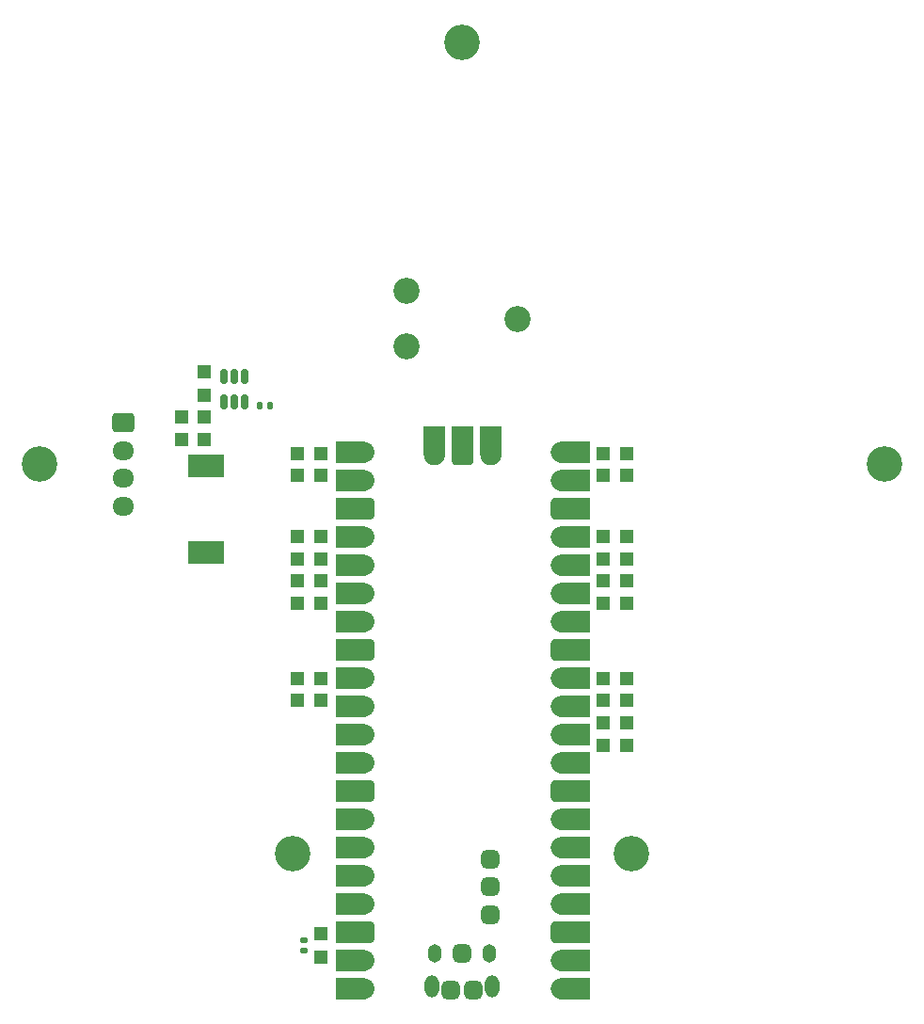
<source format=gbr>
%TF.GenerationSoftware,KiCad,Pcbnew,7.0.8*%
%TF.CreationDate,2023-10-26T13:22:37+11:00*%
%TF.ProjectId,linetest4.0,6c696e65-7465-4737-9434-2e302e6b6963,rev?*%
%TF.SameCoordinates,Original*%
%TF.FileFunction,Soldermask,Top*%
%TF.FilePolarity,Negative*%
%FSLAX46Y46*%
G04 Gerber Fmt 4.6, Leading zero omitted, Abs format (unit mm)*
G04 Created by KiCad (PCBNEW 7.0.8) date 2023-10-26 13:22:37*
%MOMM*%
%LPD*%
G01*
G04 APERTURE LIST*
G04 Aperture macros list*
%AMRoundRect*
0 Rectangle with rounded corners*
0 $1 Rounding radius*
0 $2 $3 $4 $5 $6 $7 $8 $9 X,Y pos of 4 corners*
0 Add a 4 corners polygon primitive as box body*
4,1,4,$2,$3,$4,$5,$6,$7,$8,$9,$2,$3,0*
0 Add four circle primitives for the rounded corners*
1,1,$1+$1,$2,$3*
1,1,$1+$1,$4,$5*
1,1,$1+$1,$6,$7*
1,1,$1+$1,$8,$9*
0 Add four rect primitives between the rounded corners*
20,1,$1+$1,$2,$3,$4,$5,0*
20,1,$1+$1,$4,$5,$6,$7,0*
20,1,$1+$1,$6,$7,$8,$9,0*
20,1,$1+$1,$8,$9,$2,$3,0*%
G04 Aperture macros list end*
%ADD10C,0.010000*%
%ADD11O,1.304000X2.004000*%
%ADD12O,1.254000X1.654000*%
%ADD13RoundRect,0.552000X0.300000X0.300000X-0.300000X0.300000X-0.300000X-0.300000X0.300000X-0.300000X0*%
%ADD14R,1.200000X1.200000*%
%ADD15RoundRect,0.140000X-0.170000X0.140000X-0.170000X-0.140000X0.170000X-0.140000X0.170000X0.140000X0*%
%ADD16C,3.200000*%
%ADD17RoundRect,0.140000X0.140000X0.170000X-0.140000X0.170000X-0.140000X-0.170000X0.140000X-0.170000X0*%
%ADD18R,3.200000X2.000000*%
%ADD19RoundRect,0.150000X-0.150000X0.512500X-0.150000X-0.512500X0.150000X-0.512500X0.150000X0.512500X0*%
%ADD20C,2.340000*%
%ADD21RoundRect,0.250000X-0.725000X0.600000X-0.725000X-0.600000X0.725000X-0.600000X0.725000X0.600000X0*%
%ADD22O,1.950000X1.700000*%
G04 APERTURE END LIST*
%TO.C,U7*%
D10*
X161390000Y-198030000D02*
X158890000Y-198030000D01*
X158843000Y-198029000D01*
X158796000Y-198025000D01*
X158749000Y-198019000D01*
X158703000Y-198010000D01*
X158657000Y-197999000D01*
X158612000Y-197986000D01*
X158567000Y-197970000D01*
X158524000Y-197952000D01*
X158481000Y-197932000D01*
X158440000Y-197909000D01*
X158400000Y-197885000D01*
X158361000Y-197858000D01*
X158324000Y-197829000D01*
X158288000Y-197799000D01*
X158254000Y-197766000D01*
X158221000Y-197732000D01*
X158191000Y-197696000D01*
X158162000Y-197659000D01*
X158135000Y-197620000D01*
X158111000Y-197580000D01*
X158088000Y-197539000D01*
X158068000Y-197496000D01*
X158050000Y-197453000D01*
X158034000Y-197408000D01*
X158021000Y-197363000D01*
X158010000Y-197317000D01*
X158001000Y-197271000D01*
X157995000Y-197224000D01*
X157991000Y-197177000D01*
X157990000Y-197130000D01*
X157991000Y-197083000D01*
X157995000Y-197036000D01*
X158001000Y-196989000D01*
X158010000Y-196943000D01*
X158021000Y-196897000D01*
X158034000Y-196852000D01*
X158050000Y-196807000D01*
X158068000Y-196764000D01*
X158088000Y-196721000D01*
X158111000Y-196680000D01*
X158135000Y-196640000D01*
X158162000Y-196601000D01*
X158191000Y-196564000D01*
X158221000Y-196528000D01*
X158254000Y-196494000D01*
X158288000Y-196461000D01*
X158324000Y-196431000D01*
X158361000Y-196402000D01*
X158400000Y-196375000D01*
X158440000Y-196351000D01*
X158481000Y-196328000D01*
X158524000Y-196308000D01*
X158567000Y-196290000D01*
X158612000Y-196274000D01*
X158657000Y-196261000D01*
X158703000Y-196250000D01*
X158749000Y-196241000D01*
X158796000Y-196235000D01*
X158843000Y-196231000D01*
X158890000Y-196230000D01*
X161390000Y-196230000D01*
X161390000Y-198030000D01*
G36*
X161390000Y-198030000D02*
G01*
X158890000Y-198030000D01*
X158843000Y-198029000D01*
X158796000Y-198025000D01*
X158749000Y-198019000D01*
X158703000Y-198010000D01*
X158657000Y-197999000D01*
X158612000Y-197986000D01*
X158567000Y-197970000D01*
X158524000Y-197952000D01*
X158481000Y-197932000D01*
X158440000Y-197909000D01*
X158400000Y-197885000D01*
X158361000Y-197858000D01*
X158324000Y-197829000D01*
X158288000Y-197799000D01*
X158254000Y-197766000D01*
X158221000Y-197732000D01*
X158191000Y-197696000D01*
X158162000Y-197659000D01*
X158135000Y-197620000D01*
X158111000Y-197580000D01*
X158088000Y-197539000D01*
X158068000Y-197496000D01*
X158050000Y-197453000D01*
X158034000Y-197408000D01*
X158021000Y-197363000D01*
X158010000Y-197317000D01*
X158001000Y-197271000D01*
X157995000Y-197224000D01*
X157991000Y-197177000D01*
X157990000Y-197130000D01*
X157991000Y-197083000D01*
X157995000Y-197036000D01*
X158001000Y-196989000D01*
X158010000Y-196943000D01*
X158021000Y-196897000D01*
X158034000Y-196852000D01*
X158050000Y-196807000D01*
X158068000Y-196764000D01*
X158088000Y-196721000D01*
X158111000Y-196680000D01*
X158135000Y-196640000D01*
X158162000Y-196601000D01*
X158191000Y-196564000D01*
X158221000Y-196528000D01*
X158254000Y-196494000D01*
X158288000Y-196461000D01*
X158324000Y-196431000D01*
X158361000Y-196402000D01*
X158400000Y-196375000D01*
X158440000Y-196351000D01*
X158481000Y-196328000D01*
X158524000Y-196308000D01*
X158567000Y-196290000D01*
X158612000Y-196274000D01*
X158657000Y-196261000D01*
X158703000Y-196250000D01*
X158749000Y-196241000D01*
X158796000Y-196235000D01*
X158843000Y-196231000D01*
X158890000Y-196230000D01*
X161390000Y-196230000D01*
X161390000Y-198030000D01*
G37*
X161390000Y-195490000D02*
X158890000Y-195490000D01*
X158843000Y-195489000D01*
X158796000Y-195485000D01*
X158749000Y-195479000D01*
X158703000Y-195470000D01*
X158657000Y-195459000D01*
X158612000Y-195446000D01*
X158567000Y-195430000D01*
X158524000Y-195412000D01*
X158481000Y-195392000D01*
X158440000Y-195369000D01*
X158400000Y-195345000D01*
X158361000Y-195318000D01*
X158324000Y-195289000D01*
X158288000Y-195259000D01*
X158254000Y-195226000D01*
X158221000Y-195192000D01*
X158191000Y-195156000D01*
X158162000Y-195119000D01*
X158135000Y-195080000D01*
X158111000Y-195040000D01*
X158088000Y-194999000D01*
X158068000Y-194956000D01*
X158050000Y-194913000D01*
X158034000Y-194868000D01*
X158021000Y-194823000D01*
X158010000Y-194777000D01*
X158001000Y-194731000D01*
X157995000Y-194684000D01*
X157991000Y-194637000D01*
X157990000Y-194590000D01*
X157991000Y-194543000D01*
X157995000Y-194496000D01*
X158001000Y-194449000D01*
X158010000Y-194403000D01*
X158021000Y-194357000D01*
X158034000Y-194312000D01*
X158050000Y-194267000D01*
X158068000Y-194224000D01*
X158088000Y-194181000D01*
X158111000Y-194140000D01*
X158135000Y-194100000D01*
X158162000Y-194061000D01*
X158191000Y-194024000D01*
X158221000Y-193988000D01*
X158254000Y-193954000D01*
X158288000Y-193921000D01*
X158324000Y-193891000D01*
X158361000Y-193862000D01*
X158400000Y-193835000D01*
X158440000Y-193811000D01*
X158481000Y-193788000D01*
X158524000Y-193768000D01*
X158567000Y-193750000D01*
X158612000Y-193734000D01*
X158657000Y-193721000D01*
X158703000Y-193710000D01*
X158749000Y-193701000D01*
X158796000Y-193695000D01*
X158843000Y-193691000D01*
X158890000Y-193690000D01*
X161390000Y-193690000D01*
X161390000Y-195490000D01*
G36*
X161390000Y-195490000D02*
G01*
X158890000Y-195490000D01*
X158843000Y-195489000D01*
X158796000Y-195485000D01*
X158749000Y-195479000D01*
X158703000Y-195470000D01*
X158657000Y-195459000D01*
X158612000Y-195446000D01*
X158567000Y-195430000D01*
X158524000Y-195412000D01*
X158481000Y-195392000D01*
X158440000Y-195369000D01*
X158400000Y-195345000D01*
X158361000Y-195318000D01*
X158324000Y-195289000D01*
X158288000Y-195259000D01*
X158254000Y-195226000D01*
X158221000Y-195192000D01*
X158191000Y-195156000D01*
X158162000Y-195119000D01*
X158135000Y-195080000D01*
X158111000Y-195040000D01*
X158088000Y-194999000D01*
X158068000Y-194956000D01*
X158050000Y-194913000D01*
X158034000Y-194868000D01*
X158021000Y-194823000D01*
X158010000Y-194777000D01*
X158001000Y-194731000D01*
X157995000Y-194684000D01*
X157991000Y-194637000D01*
X157990000Y-194590000D01*
X157991000Y-194543000D01*
X157995000Y-194496000D01*
X158001000Y-194449000D01*
X158010000Y-194403000D01*
X158021000Y-194357000D01*
X158034000Y-194312000D01*
X158050000Y-194267000D01*
X158068000Y-194224000D01*
X158088000Y-194181000D01*
X158111000Y-194140000D01*
X158135000Y-194100000D01*
X158162000Y-194061000D01*
X158191000Y-194024000D01*
X158221000Y-193988000D01*
X158254000Y-193954000D01*
X158288000Y-193921000D01*
X158324000Y-193891000D01*
X158361000Y-193862000D01*
X158400000Y-193835000D01*
X158440000Y-193811000D01*
X158481000Y-193788000D01*
X158524000Y-193768000D01*
X158567000Y-193750000D01*
X158612000Y-193734000D01*
X158657000Y-193721000D01*
X158703000Y-193710000D01*
X158749000Y-193701000D01*
X158796000Y-193695000D01*
X158843000Y-193691000D01*
X158890000Y-193690000D01*
X161390000Y-193690000D01*
X161390000Y-195490000D01*
G37*
X161390000Y-190410000D02*
X158890000Y-190410000D01*
X158843000Y-190409000D01*
X158796000Y-190405000D01*
X158749000Y-190399000D01*
X158703000Y-190390000D01*
X158657000Y-190379000D01*
X158612000Y-190366000D01*
X158567000Y-190350000D01*
X158524000Y-190332000D01*
X158481000Y-190312000D01*
X158440000Y-190289000D01*
X158400000Y-190265000D01*
X158361000Y-190238000D01*
X158324000Y-190209000D01*
X158288000Y-190179000D01*
X158254000Y-190146000D01*
X158221000Y-190112000D01*
X158191000Y-190076000D01*
X158162000Y-190039000D01*
X158135000Y-190000000D01*
X158111000Y-189960000D01*
X158088000Y-189919000D01*
X158068000Y-189876000D01*
X158050000Y-189833000D01*
X158034000Y-189788000D01*
X158021000Y-189743000D01*
X158010000Y-189697000D01*
X158001000Y-189651000D01*
X157995000Y-189604000D01*
X157991000Y-189557000D01*
X157990000Y-189510000D01*
X157991000Y-189463000D01*
X157995000Y-189416000D01*
X158001000Y-189369000D01*
X158010000Y-189323000D01*
X158021000Y-189277000D01*
X158034000Y-189232000D01*
X158050000Y-189187000D01*
X158068000Y-189144000D01*
X158088000Y-189101000D01*
X158111000Y-189060000D01*
X158135000Y-189020000D01*
X158162000Y-188981000D01*
X158191000Y-188944000D01*
X158221000Y-188908000D01*
X158254000Y-188874000D01*
X158288000Y-188841000D01*
X158324000Y-188811000D01*
X158361000Y-188782000D01*
X158400000Y-188755000D01*
X158440000Y-188731000D01*
X158481000Y-188708000D01*
X158524000Y-188688000D01*
X158567000Y-188670000D01*
X158612000Y-188654000D01*
X158657000Y-188641000D01*
X158703000Y-188630000D01*
X158749000Y-188621000D01*
X158796000Y-188615000D01*
X158843000Y-188611000D01*
X158890000Y-188610000D01*
X161390000Y-188610000D01*
X161390000Y-190410000D01*
G36*
X161390000Y-190410000D02*
G01*
X158890000Y-190410000D01*
X158843000Y-190409000D01*
X158796000Y-190405000D01*
X158749000Y-190399000D01*
X158703000Y-190390000D01*
X158657000Y-190379000D01*
X158612000Y-190366000D01*
X158567000Y-190350000D01*
X158524000Y-190332000D01*
X158481000Y-190312000D01*
X158440000Y-190289000D01*
X158400000Y-190265000D01*
X158361000Y-190238000D01*
X158324000Y-190209000D01*
X158288000Y-190179000D01*
X158254000Y-190146000D01*
X158221000Y-190112000D01*
X158191000Y-190076000D01*
X158162000Y-190039000D01*
X158135000Y-190000000D01*
X158111000Y-189960000D01*
X158088000Y-189919000D01*
X158068000Y-189876000D01*
X158050000Y-189833000D01*
X158034000Y-189788000D01*
X158021000Y-189743000D01*
X158010000Y-189697000D01*
X158001000Y-189651000D01*
X157995000Y-189604000D01*
X157991000Y-189557000D01*
X157990000Y-189510000D01*
X157991000Y-189463000D01*
X157995000Y-189416000D01*
X158001000Y-189369000D01*
X158010000Y-189323000D01*
X158021000Y-189277000D01*
X158034000Y-189232000D01*
X158050000Y-189187000D01*
X158068000Y-189144000D01*
X158088000Y-189101000D01*
X158111000Y-189060000D01*
X158135000Y-189020000D01*
X158162000Y-188981000D01*
X158191000Y-188944000D01*
X158221000Y-188908000D01*
X158254000Y-188874000D01*
X158288000Y-188841000D01*
X158324000Y-188811000D01*
X158361000Y-188782000D01*
X158400000Y-188755000D01*
X158440000Y-188731000D01*
X158481000Y-188708000D01*
X158524000Y-188688000D01*
X158567000Y-188670000D01*
X158612000Y-188654000D01*
X158657000Y-188641000D01*
X158703000Y-188630000D01*
X158749000Y-188621000D01*
X158796000Y-188615000D01*
X158843000Y-188611000D01*
X158890000Y-188610000D01*
X161390000Y-188610000D01*
X161390000Y-190410000D01*
G37*
X161390000Y-187870000D02*
X158890000Y-187870000D01*
X158843000Y-187869000D01*
X158796000Y-187865000D01*
X158749000Y-187859000D01*
X158703000Y-187850000D01*
X158657000Y-187839000D01*
X158612000Y-187826000D01*
X158567000Y-187810000D01*
X158524000Y-187792000D01*
X158481000Y-187772000D01*
X158440000Y-187749000D01*
X158400000Y-187725000D01*
X158361000Y-187698000D01*
X158324000Y-187669000D01*
X158288000Y-187639000D01*
X158254000Y-187606000D01*
X158221000Y-187572000D01*
X158191000Y-187536000D01*
X158162000Y-187499000D01*
X158135000Y-187460000D01*
X158111000Y-187420000D01*
X158088000Y-187379000D01*
X158068000Y-187336000D01*
X158050000Y-187293000D01*
X158034000Y-187248000D01*
X158021000Y-187203000D01*
X158010000Y-187157000D01*
X158001000Y-187111000D01*
X157995000Y-187064000D01*
X157991000Y-187017000D01*
X157990000Y-186970000D01*
X157991000Y-186923000D01*
X157995000Y-186876000D01*
X158001000Y-186829000D01*
X158010000Y-186783000D01*
X158021000Y-186737000D01*
X158034000Y-186692000D01*
X158050000Y-186647000D01*
X158068000Y-186604000D01*
X158088000Y-186561000D01*
X158111000Y-186520000D01*
X158135000Y-186480000D01*
X158162000Y-186441000D01*
X158191000Y-186404000D01*
X158221000Y-186368000D01*
X158254000Y-186334000D01*
X158288000Y-186301000D01*
X158324000Y-186271000D01*
X158361000Y-186242000D01*
X158400000Y-186215000D01*
X158440000Y-186191000D01*
X158481000Y-186168000D01*
X158524000Y-186148000D01*
X158567000Y-186130000D01*
X158612000Y-186114000D01*
X158657000Y-186101000D01*
X158703000Y-186090000D01*
X158749000Y-186081000D01*
X158796000Y-186075000D01*
X158843000Y-186071000D01*
X158890000Y-186070000D01*
X161390000Y-186070000D01*
X161390000Y-187870000D01*
G36*
X161390000Y-187870000D02*
G01*
X158890000Y-187870000D01*
X158843000Y-187869000D01*
X158796000Y-187865000D01*
X158749000Y-187859000D01*
X158703000Y-187850000D01*
X158657000Y-187839000D01*
X158612000Y-187826000D01*
X158567000Y-187810000D01*
X158524000Y-187792000D01*
X158481000Y-187772000D01*
X158440000Y-187749000D01*
X158400000Y-187725000D01*
X158361000Y-187698000D01*
X158324000Y-187669000D01*
X158288000Y-187639000D01*
X158254000Y-187606000D01*
X158221000Y-187572000D01*
X158191000Y-187536000D01*
X158162000Y-187499000D01*
X158135000Y-187460000D01*
X158111000Y-187420000D01*
X158088000Y-187379000D01*
X158068000Y-187336000D01*
X158050000Y-187293000D01*
X158034000Y-187248000D01*
X158021000Y-187203000D01*
X158010000Y-187157000D01*
X158001000Y-187111000D01*
X157995000Y-187064000D01*
X157991000Y-187017000D01*
X157990000Y-186970000D01*
X157991000Y-186923000D01*
X157995000Y-186876000D01*
X158001000Y-186829000D01*
X158010000Y-186783000D01*
X158021000Y-186737000D01*
X158034000Y-186692000D01*
X158050000Y-186647000D01*
X158068000Y-186604000D01*
X158088000Y-186561000D01*
X158111000Y-186520000D01*
X158135000Y-186480000D01*
X158162000Y-186441000D01*
X158191000Y-186404000D01*
X158221000Y-186368000D01*
X158254000Y-186334000D01*
X158288000Y-186301000D01*
X158324000Y-186271000D01*
X158361000Y-186242000D01*
X158400000Y-186215000D01*
X158440000Y-186191000D01*
X158481000Y-186168000D01*
X158524000Y-186148000D01*
X158567000Y-186130000D01*
X158612000Y-186114000D01*
X158657000Y-186101000D01*
X158703000Y-186090000D01*
X158749000Y-186081000D01*
X158796000Y-186075000D01*
X158843000Y-186071000D01*
X158890000Y-186070000D01*
X161390000Y-186070000D01*
X161390000Y-187870000D01*
G37*
X161390000Y-185330000D02*
X158890000Y-185330000D01*
X158843000Y-185329000D01*
X158796000Y-185325000D01*
X158749000Y-185319000D01*
X158703000Y-185310000D01*
X158657000Y-185299000D01*
X158612000Y-185286000D01*
X158567000Y-185270000D01*
X158524000Y-185252000D01*
X158481000Y-185232000D01*
X158440000Y-185209000D01*
X158400000Y-185185000D01*
X158361000Y-185158000D01*
X158324000Y-185129000D01*
X158288000Y-185099000D01*
X158254000Y-185066000D01*
X158221000Y-185032000D01*
X158191000Y-184996000D01*
X158162000Y-184959000D01*
X158135000Y-184920000D01*
X158111000Y-184880000D01*
X158088000Y-184839000D01*
X158068000Y-184796000D01*
X158050000Y-184753000D01*
X158034000Y-184708000D01*
X158021000Y-184663000D01*
X158010000Y-184617000D01*
X158001000Y-184571000D01*
X157995000Y-184524000D01*
X157991000Y-184477000D01*
X157990000Y-184430000D01*
X157991000Y-184383000D01*
X157995000Y-184336000D01*
X158001000Y-184289000D01*
X158010000Y-184243000D01*
X158021000Y-184197000D01*
X158034000Y-184152000D01*
X158050000Y-184107000D01*
X158068000Y-184064000D01*
X158088000Y-184021000D01*
X158111000Y-183980000D01*
X158135000Y-183940000D01*
X158162000Y-183901000D01*
X158191000Y-183864000D01*
X158221000Y-183828000D01*
X158254000Y-183794000D01*
X158288000Y-183761000D01*
X158324000Y-183731000D01*
X158361000Y-183702000D01*
X158400000Y-183675000D01*
X158440000Y-183651000D01*
X158481000Y-183628000D01*
X158524000Y-183608000D01*
X158567000Y-183590000D01*
X158612000Y-183574000D01*
X158657000Y-183561000D01*
X158703000Y-183550000D01*
X158749000Y-183541000D01*
X158796000Y-183535000D01*
X158843000Y-183531000D01*
X158890000Y-183530000D01*
X161390000Y-183530000D01*
X161390000Y-185330000D01*
G36*
X161390000Y-185330000D02*
G01*
X158890000Y-185330000D01*
X158843000Y-185329000D01*
X158796000Y-185325000D01*
X158749000Y-185319000D01*
X158703000Y-185310000D01*
X158657000Y-185299000D01*
X158612000Y-185286000D01*
X158567000Y-185270000D01*
X158524000Y-185252000D01*
X158481000Y-185232000D01*
X158440000Y-185209000D01*
X158400000Y-185185000D01*
X158361000Y-185158000D01*
X158324000Y-185129000D01*
X158288000Y-185099000D01*
X158254000Y-185066000D01*
X158221000Y-185032000D01*
X158191000Y-184996000D01*
X158162000Y-184959000D01*
X158135000Y-184920000D01*
X158111000Y-184880000D01*
X158088000Y-184839000D01*
X158068000Y-184796000D01*
X158050000Y-184753000D01*
X158034000Y-184708000D01*
X158021000Y-184663000D01*
X158010000Y-184617000D01*
X158001000Y-184571000D01*
X157995000Y-184524000D01*
X157991000Y-184477000D01*
X157990000Y-184430000D01*
X157991000Y-184383000D01*
X157995000Y-184336000D01*
X158001000Y-184289000D01*
X158010000Y-184243000D01*
X158021000Y-184197000D01*
X158034000Y-184152000D01*
X158050000Y-184107000D01*
X158068000Y-184064000D01*
X158088000Y-184021000D01*
X158111000Y-183980000D01*
X158135000Y-183940000D01*
X158162000Y-183901000D01*
X158191000Y-183864000D01*
X158221000Y-183828000D01*
X158254000Y-183794000D01*
X158288000Y-183761000D01*
X158324000Y-183731000D01*
X158361000Y-183702000D01*
X158400000Y-183675000D01*
X158440000Y-183651000D01*
X158481000Y-183628000D01*
X158524000Y-183608000D01*
X158567000Y-183590000D01*
X158612000Y-183574000D01*
X158657000Y-183561000D01*
X158703000Y-183550000D01*
X158749000Y-183541000D01*
X158796000Y-183535000D01*
X158843000Y-183531000D01*
X158890000Y-183530000D01*
X161390000Y-183530000D01*
X161390000Y-185330000D01*
G37*
X161390000Y-182790000D02*
X158890000Y-182790000D01*
X158843000Y-182789000D01*
X158796000Y-182785000D01*
X158749000Y-182779000D01*
X158703000Y-182770000D01*
X158657000Y-182759000D01*
X158612000Y-182746000D01*
X158567000Y-182730000D01*
X158524000Y-182712000D01*
X158481000Y-182692000D01*
X158440000Y-182669000D01*
X158400000Y-182645000D01*
X158361000Y-182618000D01*
X158324000Y-182589000D01*
X158288000Y-182559000D01*
X158254000Y-182526000D01*
X158221000Y-182492000D01*
X158191000Y-182456000D01*
X158162000Y-182419000D01*
X158135000Y-182380000D01*
X158111000Y-182340000D01*
X158088000Y-182299000D01*
X158068000Y-182256000D01*
X158050000Y-182213000D01*
X158034000Y-182168000D01*
X158021000Y-182123000D01*
X158010000Y-182077000D01*
X158001000Y-182031000D01*
X157995000Y-181984000D01*
X157991000Y-181937000D01*
X157990000Y-181890000D01*
X157991000Y-181843000D01*
X157995000Y-181796000D01*
X158001000Y-181749000D01*
X158010000Y-181703000D01*
X158021000Y-181657000D01*
X158034000Y-181612000D01*
X158050000Y-181567000D01*
X158068000Y-181524000D01*
X158088000Y-181481000D01*
X158111000Y-181440000D01*
X158135000Y-181400000D01*
X158162000Y-181361000D01*
X158191000Y-181324000D01*
X158221000Y-181288000D01*
X158254000Y-181254000D01*
X158288000Y-181221000D01*
X158324000Y-181191000D01*
X158361000Y-181162000D01*
X158400000Y-181135000D01*
X158440000Y-181111000D01*
X158481000Y-181088000D01*
X158524000Y-181068000D01*
X158567000Y-181050000D01*
X158612000Y-181034000D01*
X158657000Y-181021000D01*
X158703000Y-181010000D01*
X158749000Y-181001000D01*
X158796000Y-180995000D01*
X158843000Y-180991000D01*
X158890000Y-180990000D01*
X161390000Y-180990000D01*
X161390000Y-182790000D01*
G36*
X161390000Y-182790000D02*
G01*
X158890000Y-182790000D01*
X158843000Y-182789000D01*
X158796000Y-182785000D01*
X158749000Y-182779000D01*
X158703000Y-182770000D01*
X158657000Y-182759000D01*
X158612000Y-182746000D01*
X158567000Y-182730000D01*
X158524000Y-182712000D01*
X158481000Y-182692000D01*
X158440000Y-182669000D01*
X158400000Y-182645000D01*
X158361000Y-182618000D01*
X158324000Y-182589000D01*
X158288000Y-182559000D01*
X158254000Y-182526000D01*
X158221000Y-182492000D01*
X158191000Y-182456000D01*
X158162000Y-182419000D01*
X158135000Y-182380000D01*
X158111000Y-182340000D01*
X158088000Y-182299000D01*
X158068000Y-182256000D01*
X158050000Y-182213000D01*
X158034000Y-182168000D01*
X158021000Y-182123000D01*
X158010000Y-182077000D01*
X158001000Y-182031000D01*
X157995000Y-181984000D01*
X157991000Y-181937000D01*
X157990000Y-181890000D01*
X157991000Y-181843000D01*
X157995000Y-181796000D01*
X158001000Y-181749000D01*
X158010000Y-181703000D01*
X158021000Y-181657000D01*
X158034000Y-181612000D01*
X158050000Y-181567000D01*
X158068000Y-181524000D01*
X158088000Y-181481000D01*
X158111000Y-181440000D01*
X158135000Y-181400000D01*
X158162000Y-181361000D01*
X158191000Y-181324000D01*
X158221000Y-181288000D01*
X158254000Y-181254000D01*
X158288000Y-181221000D01*
X158324000Y-181191000D01*
X158361000Y-181162000D01*
X158400000Y-181135000D01*
X158440000Y-181111000D01*
X158481000Y-181088000D01*
X158524000Y-181068000D01*
X158567000Y-181050000D01*
X158612000Y-181034000D01*
X158657000Y-181021000D01*
X158703000Y-181010000D01*
X158749000Y-181001000D01*
X158796000Y-180995000D01*
X158843000Y-180991000D01*
X158890000Y-180990000D01*
X161390000Y-180990000D01*
X161390000Y-182790000D01*
G37*
X161390000Y-177710000D02*
X158890000Y-177710000D01*
X158843000Y-177709000D01*
X158796000Y-177705000D01*
X158749000Y-177699000D01*
X158703000Y-177690000D01*
X158657000Y-177679000D01*
X158612000Y-177666000D01*
X158567000Y-177650000D01*
X158524000Y-177632000D01*
X158481000Y-177612000D01*
X158440000Y-177589000D01*
X158400000Y-177565000D01*
X158361000Y-177538000D01*
X158324000Y-177509000D01*
X158288000Y-177479000D01*
X158254000Y-177446000D01*
X158221000Y-177412000D01*
X158191000Y-177376000D01*
X158162000Y-177339000D01*
X158135000Y-177300000D01*
X158111000Y-177260000D01*
X158088000Y-177219000D01*
X158068000Y-177176000D01*
X158050000Y-177133000D01*
X158034000Y-177088000D01*
X158021000Y-177043000D01*
X158010000Y-176997000D01*
X158001000Y-176951000D01*
X157995000Y-176904000D01*
X157991000Y-176857000D01*
X157990000Y-176810000D01*
X157991000Y-176763000D01*
X157995000Y-176716000D01*
X158001000Y-176669000D01*
X158010000Y-176623000D01*
X158021000Y-176577000D01*
X158034000Y-176532000D01*
X158050000Y-176487000D01*
X158068000Y-176444000D01*
X158088000Y-176401000D01*
X158111000Y-176360000D01*
X158135000Y-176320000D01*
X158162000Y-176281000D01*
X158191000Y-176244000D01*
X158221000Y-176208000D01*
X158254000Y-176174000D01*
X158288000Y-176141000D01*
X158324000Y-176111000D01*
X158361000Y-176082000D01*
X158400000Y-176055000D01*
X158440000Y-176031000D01*
X158481000Y-176008000D01*
X158524000Y-175988000D01*
X158567000Y-175970000D01*
X158612000Y-175954000D01*
X158657000Y-175941000D01*
X158703000Y-175930000D01*
X158749000Y-175921000D01*
X158796000Y-175915000D01*
X158843000Y-175911000D01*
X158890000Y-175910000D01*
X161390000Y-175910000D01*
X161390000Y-177710000D01*
G36*
X161390000Y-177710000D02*
G01*
X158890000Y-177710000D01*
X158843000Y-177709000D01*
X158796000Y-177705000D01*
X158749000Y-177699000D01*
X158703000Y-177690000D01*
X158657000Y-177679000D01*
X158612000Y-177666000D01*
X158567000Y-177650000D01*
X158524000Y-177632000D01*
X158481000Y-177612000D01*
X158440000Y-177589000D01*
X158400000Y-177565000D01*
X158361000Y-177538000D01*
X158324000Y-177509000D01*
X158288000Y-177479000D01*
X158254000Y-177446000D01*
X158221000Y-177412000D01*
X158191000Y-177376000D01*
X158162000Y-177339000D01*
X158135000Y-177300000D01*
X158111000Y-177260000D01*
X158088000Y-177219000D01*
X158068000Y-177176000D01*
X158050000Y-177133000D01*
X158034000Y-177088000D01*
X158021000Y-177043000D01*
X158010000Y-176997000D01*
X158001000Y-176951000D01*
X157995000Y-176904000D01*
X157991000Y-176857000D01*
X157990000Y-176810000D01*
X157991000Y-176763000D01*
X157995000Y-176716000D01*
X158001000Y-176669000D01*
X158010000Y-176623000D01*
X158021000Y-176577000D01*
X158034000Y-176532000D01*
X158050000Y-176487000D01*
X158068000Y-176444000D01*
X158088000Y-176401000D01*
X158111000Y-176360000D01*
X158135000Y-176320000D01*
X158162000Y-176281000D01*
X158191000Y-176244000D01*
X158221000Y-176208000D01*
X158254000Y-176174000D01*
X158288000Y-176141000D01*
X158324000Y-176111000D01*
X158361000Y-176082000D01*
X158400000Y-176055000D01*
X158440000Y-176031000D01*
X158481000Y-176008000D01*
X158524000Y-175988000D01*
X158567000Y-175970000D01*
X158612000Y-175954000D01*
X158657000Y-175941000D01*
X158703000Y-175930000D01*
X158749000Y-175921000D01*
X158796000Y-175915000D01*
X158843000Y-175911000D01*
X158890000Y-175910000D01*
X161390000Y-175910000D01*
X161390000Y-177710000D01*
G37*
X161390000Y-175170000D02*
X158890000Y-175170000D01*
X158843000Y-175169000D01*
X158796000Y-175165000D01*
X158749000Y-175159000D01*
X158703000Y-175150000D01*
X158657000Y-175139000D01*
X158612000Y-175126000D01*
X158567000Y-175110000D01*
X158524000Y-175092000D01*
X158481000Y-175072000D01*
X158440000Y-175049000D01*
X158400000Y-175025000D01*
X158361000Y-174998000D01*
X158324000Y-174969000D01*
X158288000Y-174939000D01*
X158254000Y-174906000D01*
X158221000Y-174872000D01*
X158191000Y-174836000D01*
X158162000Y-174799000D01*
X158135000Y-174760000D01*
X158111000Y-174720000D01*
X158088000Y-174679000D01*
X158068000Y-174636000D01*
X158050000Y-174593000D01*
X158034000Y-174548000D01*
X158021000Y-174503000D01*
X158010000Y-174457000D01*
X158001000Y-174411000D01*
X157995000Y-174364000D01*
X157991000Y-174317000D01*
X157990000Y-174270000D01*
X157991000Y-174223000D01*
X157995000Y-174176000D01*
X158001000Y-174129000D01*
X158010000Y-174083000D01*
X158021000Y-174037000D01*
X158034000Y-173992000D01*
X158050000Y-173947000D01*
X158068000Y-173904000D01*
X158088000Y-173861000D01*
X158111000Y-173820000D01*
X158135000Y-173780000D01*
X158162000Y-173741000D01*
X158191000Y-173704000D01*
X158221000Y-173668000D01*
X158254000Y-173634000D01*
X158288000Y-173601000D01*
X158324000Y-173571000D01*
X158361000Y-173542000D01*
X158400000Y-173515000D01*
X158440000Y-173491000D01*
X158481000Y-173468000D01*
X158524000Y-173448000D01*
X158567000Y-173430000D01*
X158612000Y-173414000D01*
X158657000Y-173401000D01*
X158703000Y-173390000D01*
X158749000Y-173381000D01*
X158796000Y-173375000D01*
X158843000Y-173371000D01*
X158890000Y-173370000D01*
X161390000Y-173370000D01*
X161390000Y-175170000D01*
G36*
X161390000Y-175170000D02*
G01*
X158890000Y-175170000D01*
X158843000Y-175169000D01*
X158796000Y-175165000D01*
X158749000Y-175159000D01*
X158703000Y-175150000D01*
X158657000Y-175139000D01*
X158612000Y-175126000D01*
X158567000Y-175110000D01*
X158524000Y-175092000D01*
X158481000Y-175072000D01*
X158440000Y-175049000D01*
X158400000Y-175025000D01*
X158361000Y-174998000D01*
X158324000Y-174969000D01*
X158288000Y-174939000D01*
X158254000Y-174906000D01*
X158221000Y-174872000D01*
X158191000Y-174836000D01*
X158162000Y-174799000D01*
X158135000Y-174760000D01*
X158111000Y-174720000D01*
X158088000Y-174679000D01*
X158068000Y-174636000D01*
X158050000Y-174593000D01*
X158034000Y-174548000D01*
X158021000Y-174503000D01*
X158010000Y-174457000D01*
X158001000Y-174411000D01*
X157995000Y-174364000D01*
X157991000Y-174317000D01*
X157990000Y-174270000D01*
X157991000Y-174223000D01*
X157995000Y-174176000D01*
X158001000Y-174129000D01*
X158010000Y-174083000D01*
X158021000Y-174037000D01*
X158034000Y-173992000D01*
X158050000Y-173947000D01*
X158068000Y-173904000D01*
X158088000Y-173861000D01*
X158111000Y-173820000D01*
X158135000Y-173780000D01*
X158162000Y-173741000D01*
X158191000Y-173704000D01*
X158221000Y-173668000D01*
X158254000Y-173634000D01*
X158288000Y-173601000D01*
X158324000Y-173571000D01*
X158361000Y-173542000D01*
X158400000Y-173515000D01*
X158440000Y-173491000D01*
X158481000Y-173468000D01*
X158524000Y-173448000D01*
X158567000Y-173430000D01*
X158612000Y-173414000D01*
X158657000Y-173401000D01*
X158703000Y-173390000D01*
X158749000Y-173381000D01*
X158796000Y-173375000D01*
X158843000Y-173371000D01*
X158890000Y-173370000D01*
X161390000Y-173370000D01*
X161390000Y-175170000D01*
G37*
X161390000Y-172630000D02*
X158890000Y-172630000D01*
X158843000Y-172629000D01*
X158796000Y-172625000D01*
X158749000Y-172619000D01*
X158703000Y-172610000D01*
X158657000Y-172599000D01*
X158612000Y-172586000D01*
X158567000Y-172570000D01*
X158524000Y-172552000D01*
X158481000Y-172532000D01*
X158440000Y-172509000D01*
X158400000Y-172485000D01*
X158361000Y-172458000D01*
X158324000Y-172429000D01*
X158288000Y-172399000D01*
X158254000Y-172366000D01*
X158221000Y-172332000D01*
X158191000Y-172296000D01*
X158162000Y-172259000D01*
X158135000Y-172220000D01*
X158111000Y-172180000D01*
X158088000Y-172139000D01*
X158068000Y-172096000D01*
X158050000Y-172053000D01*
X158034000Y-172008000D01*
X158021000Y-171963000D01*
X158010000Y-171917000D01*
X158001000Y-171871000D01*
X157995000Y-171824000D01*
X157991000Y-171777000D01*
X157990000Y-171730000D01*
X157991000Y-171683000D01*
X157995000Y-171636000D01*
X158001000Y-171589000D01*
X158010000Y-171543000D01*
X158021000Y-171497000D01*
X158034000Y-171452000D01*
X158050000Y-171407000D01*
X158068000Y-171364000D01*
X158088000Y-171321000D01*
X158111000Y-171280000D01*
X158135000Y-171240000D01*
X158162000Y-171201000D01*
X158191000Y-171164000D01*
X158221000Y-171128000D01*
X158254000Y-171094000D01*
X158288000Y-171061000D01*
X158324000Y-171031000D01*
X158361000Y-171002000D01*
X158400000Y-170975000D01*
X158440000Y-170951000D01*
X158481000Y-170928000D01*
X158524000Y-170908000D01*
X158567000Y-170890000D01*
X158612000Y-170874000D01*
X158657000Y-170861000D01*
X158703000Y-170850000D01*
X158749000Y-170841000D01*
X158796000Y-170835000D01*
X158843000Y-170831000D01*
X158890000Y-170830000D01*
X161390000Y-170830000D01*
X161390000Y-172630000D01*
G36*
X161390000Y-172630000D02*
G01*
X158890000Y-172630000D01*
X158843000Y-172629000D01*
X158796000Y-172625000D01*
X158749000Y-172619000D01*
X158703000Y-172610000D01*
X158657000Y-172599000D01*
X158612000Y-172586000D01*
X158567000Y-172570000D01*
X158524000Y-172552000D01*
X158481000Y-172532000D01*
X158440000Y-172509000D01*
X158400000Y-172485000D01*
X158361000Y-172458000D01*
X158324000Y-172429000D01*
X158288000Y-172399000D01*
X158254000Y-172366000D01*
X158221000Y-172332000D01*
X158191000Y-172296000D01*
X158162000Y-172259000D01*
X158135000Y-172220000D01*
X158111000Y-172180000D01*
X158088000Y-172139000D01*
X158068000Y-172096000D01*
X158050000Y-172053000D01*
X158034000Y-172008000D01*
X158021000Y-171963000D01*
X158010000Y-171917000D01*
X158001000Y-171871000D01*
X157995000Y-171824000D01*
X157991000Y-171777000D01*
X157990000Y-171730000D01*
X157991000Y-171683000D01*
X157995000Y-171636000D01*
X158001000Y-171589000D01*
X158010000Y-171543000D01*
X158021000Y-171497000D01*
X158034000Y-171452000D01*
X158050000Y-171407000D01*
X158068000Y-171364000D01*
X158088000Y-171321000D01*
X158111000Y-171280000D01*
X158135000Y-171240000D01*
X158162000Y-171201000D01*
X158191000Y-171164000D01*
X158221000Y-171128000D01*
X158254000Y-171094000D01*
X158288000Y-171061000D01*
X158324000Y-171031000D01*
X158361000Y-171002000D01*
X158400000Y-170975000D01*
X158440000Y-170951000D01*
X158481000Y-170928000D01*
X158524000Y-170908000D01*
X158567000Y-170890000D01*
X158612000Y-170874000D01*
X158657000Y-170861000D01*
X158703000Y-170850000D01*
X158749000Y-170841000D01*
X158796000Y-170835000D01*
X158843000Y-170831000D01*
X158890000Y-170830000D01*
X161390000Y-170830000D01*
X161390000Y-172630000D01*
G37*
X161390000Y-170090000D02*
X158890000Y-170090000D01*
X158843000Y-170089000D01*
X158796000Y-170085000D01*
X158749000Y-170079000D01*
X158703000Y-170070000D01*
X158657000Y-170059000D01*
X158612000Y-170046000D01*
X158567000Y-170030000D01*
X158524000Y-170012000D01*
X158481000Y-169992000D01*
X158440000Y-169969000D01*
X158400000Y-169945000D01*
X158361000Y-169918000D01*
X158324000Y-169889000D01*
X158288000Y-169859000D01*
X158254000Y-169826000D01*
X158221000Y-169792000D01*
X158191000Y-169756000D01*
X158162000Y-169719000D01*
X158135000Y-169680000D01*
X158111000Y-169640000D01*
X158088000Y-169599000D01*
X158068000Y-169556000D01*
X158050000Y-169513000D01*
X158034000Y-169468000D01*
X158021000Y-169423000D01*
X158010000Y-169377000D01*
X158001000Y-169331000D01*
X157995000Y-169284000D01*
X157991000Y-169237000D01*
X157990000Y-169190000D01*
X157991000Y-169143000D01*
X157995000Y-169096000D01*
X158001000Y-169049000D01*
X158010000Y-169003000D01*
X158021000Y-168957000D01*
X158034000Y-168912000D01*
X158050000Y-168867000D01*
X158068000Y-168824000D01*
X158088000Y-168781000D01*
X158111000Y-168740000D01*
X158135000Y-168700000D01*
X158162000Y-168661000D01*
X158191000Y-168624000D01*
X158221000Y-168588000D01*
X158254000Y-168554000D01*
X158288000Y-168521000D01*
X158324000Y-168491000D01*
X158361000Y-168462000D01*
X158400000Y-168435000D01*
X158440000Y-168411000D01*
X158481000Y-168388000D01*
X158524000Y-168368000D01*
X158567000Y-168350000D01*
X158612000Y-168334000D01*
X158657000Y-168321000D01*
X158703000Y-168310000D01*
X158749000Y-168301000D01*
X158796000Y-168295000D01*
X158843000Y-168291000D01*
X158890000Y-168290000D01*
X161390000Y-168290000D01*
X161390000Y-170090000D01*
G36*
X161390000Y-170090000D02*
G01*
X158890000Y-170090000D01*
X158843000Y-170089000D01*
X158796000Y-170085000D01*
X158749000Y-170079000D01*
X158703000Y-170070000D01*
X158657000Y-170059000D01*
X158612000Y-170046000D01*
X158567000Y-170030000D01*
X158524000Y-170012000D01*
X158481000Y-169992000D01*
X158440000Y-169969000D01*
X158400000Y-169945000D01*
X158361000Y-169918000D01*
X158324000Y-169889000D01*
X158288000Y-169859000D01*
X158254000Y-169826000D01*
X158221000Y-169792000D01*
X158191000Y-169756000D01*
X158162000Y-169719000D01*
X158135000Y-169680000D01*
X158111000Y-169640000D01*
X158088000Y-169599000D01*
X158068000Y-169556000D01*
X158050000Y-169513000D01*
X158034000Y-169468000D01*
X158021000Y-169423000D01*
X158010000Y-169377000D01*
X158001000Y-169331000D01*
X157995000Y-169284000D01*
X157991000Y-169237000D01*
X157990000Y-169190000D01*
X157991000Y-169143000D01*
X157995000Y-169096000D01*
X158001000Y-169049000D01*
X158010000Y-169003000D01*
X158021000Y-168957000D01*
X158034000Y-168912000D01*
X158050000Y-168867000D01*
X158068000Y-168824000D01*
X158088000Y-168781000D01*
X158111000Y-168740000D01*
X158135000Y-168700000D01*
X158162000Y-168661000D01*
X158191000Y-168624000D01*
X158221000Y-168588000D01*
X158254000Y-168554000D01*
X158288000Y-168521000D01*
X158324000Y-168491000D01*
X158361000Y-168462000D01*
X158400000Y-168435000D01*
X158440000Y-168411000D01*
X158481000Y-168388000D01*
X158524000Y-168368000D01*
X158567000Y-168350000D01*
X158612000Y-168334000D01*
X158657000Y-168321000D01*
X158703000Y-168310000D01*
X158749000Y-168301000D01*
X158796000Y-168295000D01*
X158843000Y-168291000D01*
X158890000Y-168290000D01*
X161390000Y-168290000D01*
X161390000Y-170090000D01*
G37*
X161390000Y-165010000D02*
X158890000Y-165010000D01*
X158843000Y-165009000D01*
X158796000Y-165005000D01*
X158749000Y-164999000D01*
X158703000Y-164990000D01*
X158657000Y-164979000D01*
X158612000Y-164966000D01*
X158567000Y-164950000D01*
X158524000Y-164932000D01*
X158481000Y-164912000D01*
X158440000Y-164889000D01*
X158400000Y-164865000D01*
X158361000Y-164838000D01*
X158324000Y-164809000D01*
X158288000Y-164779000D01*
X158254000Y-164746000D01*
X158221000Y-164712000D01*
X158191000Y-164676000D01*
X158162000Y-164639000D01*
X158135000Y-164600000D01*
X158111000Y-164560000D01*
X158088000Y-164519000D01*
X158068000Y-164476000D01*
X158050000Y-164433000D01*
X158034000Y-164388000D01*
X158021000Y-164343000D01*
X158010000Y-164297000D01*
X158001000Y-164251000D01*
X157995000Y-164204000D01*
X157991000Y-164157000D01*
X157990000Y-164110000D01*
X157991000Y-164063000D01*
X157995000Y-164016000D01*
X158001000Y-163969000D01*
X158010000Y-163923000D01*
X158021000Y-163877000D01*
X158034000Y-163832000D01*
X158050000Y-163787000D01*
X158068000Y-163744000D01*
X158088000Y-163701000D01*
X158111000Y-163660000D01*
X158135000Y-163620000D01*
X158162000Y-163581000D01*
X158191000Y-163544000D01*
X158221000Y-163508000D01*
X158254000Y-163474000D01*
X158288000Y-163441000D01*
X158324000Y-163411000D01*
X158361000Y-163382000D01*
X158400000Y-163355000D01*
X158440000Y-163331000D01*
X158481000Y-163308000D01*
X158524000Y-163288000D01*
X158567000Y-163270000D01*
X158612000Y-163254000D01*
X158657000Y-163241000D01*
X158703000Y-163230000D01*
X158749000Y-163221000D01*
X158796000Y-163215000D01*
X158843000Y-163211000D01*
X158890000Y-163210000D01*
X161390000Y-163210000D01*
X161390000Y-165010000D01*
G36*
X161390000Y-165010000D02*
G01*
X158890000Y-165010000D01*
X158843000Y-165009000D01*
X158796000Y-165005000D01*
X158749000Y-164999000D01*
X158703000Y-164990000D01*
X158657000Y-164979000D01*
X158612000Y-164966000D01*
X158567000Y-164950000D01*
X158524000Y-164932000D01*
X158481000Y-164912000D01*
X158440000Y-164889000D01*
X158400000Y-164865000D01*
X158361000Y-164838000D01*
X158324000Y-164809000D01*
X158288000Y-164779000D01*
X158254000Y-164746000D01*
X158221000Y-164712000D01*
X158191000Y-164676000D01*
X158162000Y-164639000D01*
X158135000Y-164600000D01*
X158111000Y-164560000D01*
X158088000Y-164519000D01*
X158068000Y-164476000D01*
X158050000Y-164433000D01*
X158034000Y-164388000D01*
X158021000Y-164343000D01*
X158010000Y-164297000D01*
X158001000Y-164251000D01*
X157995000Y-164204000D01*
X157991000Y-164157000D01*
X157990000Y-164110000D01*
X157991000Y-164063000D01*
X157995000Y-164016000D01*
X158001000Y-163969000D01*
X158010000Y-163923000D01*
X158021000Y-163877000D01*
X158034000Y-163832000D01*
X158050000Y-163787000D01*
X158068000Y-163744000D01*
X158088000Y-163701000D01*
X158111000Y-163660000D01*
X158135000Y-163620000D01*
X158162000Y-163581000D01*
X158191000Y-163544000D01*
X158221000Y-163508000D01*
X158254000Y-163474000D01*
X158288000Y-163441000D01*
X158324000Y-163411000D01*
X158361000Y-163382000D01*
X158400000Y-163355000D01*
X158440000Y-163331000D01*
X158481000Y-163308000D01*
X158524000Y-163288000D01*
X158567000Y-163270000D01*
X158612000Y-163254000D01*
X158657000Y-163241000D01*
X158703000Y-163230000D01*
X158749000Y-163221000D01*
X158796000Y-163215000D01*
X158843000Y-163211000D01*
X158890000Y-163210000D01*
X161390000Y-163210000D01*
X161390000Y-165010000D01*
G37*
X161390000Y-162470000D02*
X158890000Y-162470000D01*
X158843000Y-162469000D01*
X158796000Y-162465000D01*
X158749000Y-162459000D01*
X158703000Y-162450000D01*
X158657000Y-162439000D01*
X158612000Y-162426000D01*
X158567000Y-162410000D01*
X158524000Y-162392000D01*
X158481000Y-162372000D01*
X158440000Y-162349000D01*
X158400000Y-162325000D01*
X158361000Y-162298000D01*
X158324000Y-162269000D01*
X158288000Y-162239000D01*
X158254000Y-162206000D01*
X158221000Y-162172000D01*
X158191000Y-162136000D01*
X158162000Y-162099000D01*
X158135000Y-162060000D01*
X158111000Y-162020000D01*
X158088000Y-161979000D01*
X158068000Y-161936000D01*
X158050000Y-161893000D01*
X158034000Y-161848000D01*
X158021000Y-161803000D01*
X158010000Y-161757000D01*
X158001000Y-161711000D01*
X157995000Y-161664000D01*
X157991000Y-161617000D01*
X157990000Y-161570000D01*
X157991000Y-161523000D01*
X157995000Y-161476000D01*
X158001000Y-161429000D01*
X158010000Y-161383000D01*
X158021000Y-161337000D01*
X158034000Y-161292000D01*
X158050000Y-161247000D01*
X158068000Y-161204000D01*
X158088000Y-161161000D01*
X158111000Y-161120000D01*
X158135000Y-161080000D01*
X158162000Y-161041000D01*
X158191000Y-161004000D01*
X158221000Y-160968000D01*
X158254000Y-160934000D01*
X158288000Y-160901000D01*
X158324000Y-160871000D01*
X158361000Y-160842000D01*
X158400000Y-160815000D01*
X158440000Y-160791000D01*
X158481000Y-160768000D01*
X158524000Y-160748000D01*
X158567000Y-160730000D01*
X158612000Y-160714000D01*
X158657000Y-160701000D01*
X158703000Y-160690000D01*
X158749000Y-160681000D01*
X158796000Y-160675000D01*
X158843000Y-160671000D01*
X158890000Y-160670000D01*
X161390000Y-160670000D01*
X161390000Y-162470000D01*
G36*
X161390000Y-162470000D02*
G01*
X158890000Y-162470000D01*
X158843000Y-162469000D01*
X158796000Y-162465000D01*
X158749000Y-162459000D01*
X158703000Y-162450000D01*
X158657000Y-162439000D01*
X158612000Y-162426000D01*
X158567000Y-162410000D01*
X158524000Y-162392000D01*
X158481000Y-162372000D01*
X158440000Y-162349000D01*
X158400000Y-162325000D01*
X158361000Y-162298000D01*
X158324000Y-162269000D01*
X158288000Y-162239000D01*
X158254000Y-162206000D01*
X158221000Y-162172000D01*
X158191000Y-162136000D01*
X158162000Y-162099000D01*
X158135000Y-162060000D01*
X158111000Y-162020000D01*
X158088000Y-161979000D01*
X158068000Y-161936000D01*
X158050000Y-161893000D01*
X158034000Y-161848000D01*
X158021000Y-161803000D01*
X158010000Y-161757000D01*
X158001000Y-161711000D01*
X157995000Y-161664000D01*
X157991000Y-161617000D01*
X157990000Y-161570000D01*
X157991000Y-161523000D01*
X157995000Y-161476000D01*
X158001000Y-161429000D01*
X158010000Y-161383000D01*
X158021000Y-161337000D01*
X158034000Y-161292000D01*
X158050000Y-161247000D01*
X158068000Y-161204000D01*
X158088000Y-161161000D01*
X158111000Y-161120000D01*
X158135000Y-161080000D01*
X158162000Y-161041000D01*
X158191000Y-161004000D01*
X158221000Y-160968000D01*
X158254000Y-160934000D01*
X158288000Y-160901000D01*
X158324000Y-160871000D01*
X158361000Y-160842000D01*
X158400000Y-160815000D01*
X158440000Y-160791000D01*
X158481000Y-160768000D01*
X158524000Y-160748000D01*
X158567000Y-160730000D01*
X158612000Y-160714000D01*
X158657000Y-160701000D01*
X158703000Y-160690000D01*
X158749000Y-160681000D01*
X158796000Y-160675000D01*
X158843000Y-160671000D01*
X158890000Y-160670000D01*
X161390000Y-160670000D01*
X161390000Y-162470000D01*
G37*
X161390000Y-159930000D02*
X158890000Y-159930000D01*
X158843000Y-159929000D01*
X158796000Y-159925000D01*
X158749000Y-159919000D01*
X158703000Y-159910000D01*
X158657000Y-159899000D01*
X158612000Y-159886000D01*
X158567000Y-159870000D01*
X158524000Y-159852000D01*
X158481000Y-159832000D01*
X158440000Y-159809000D01*
X158400000Y-159785000D01*
X158361000Y-159758000D01*
X158324000Y-159729000D01*
X158288000Y-159699000D01*
X158254000Y-159666000D01*
X158221000Y-159632000D01*
X158191000Y-159596000D01*
X158162000Y-159559000D01*
X158135000Y-159520000D01*
X158111000Y-159480000D01*
X158088000Y-159439000D01*
X158068000Y-159396000D01*
X158050000Y-159353000D01*
X158034000Y-159308000D01*
X158021000Y-159263000D01*
X158010000Y-159217000D01*
X158001000Y-159171000D01*
X157995000Y-159124000D01*
X157991000Y-159077000D01*
X157990000Y-159030000D01*
X157991000Y-158983000D01*
X157995000Y-158936000D01*
X158001000Y-158889000D01*
X158010000Y-158843000D01*
X158021000Y-158797000D01*
X158034000Y-158752000D01*
X158050000Y-158707000D01*
X158068000Y-158664000D01*
X158088000Y-158621000D01*
X158111000Y-158580000D01*
X158135000Y-158540000D01*
X158162000Y-158501000D01*
X158191000Y-158464000D01*
X158221000Y-158428000D01*
X158254000Y-158394000D01*
X158288000Y-158361000D01*
X158324000Y-158331000D01*
X158361000Y-158302000D01*
X158400000Y-158275000D01*
X158440000Y-158251000D01*
X158481000Y-158228000D01*
X158524000Y-158208000D01*
X158567000Y-158190000D01*
X158612000Y-158174000D01*
X158657000Y-158161000D01*
X158703000Y-158150000D01*
X158749000Y-158141000D01*
X158796000Y-158135000D01*
X158843000Y-158131000D01*
X158890000Y-158130000D01*
X161390000Y-158130000D01*
X161390000Y-159930000D01*
G36*
X161390000Y-159930000D02*
G01*
X158890000Y-159930000D01*
X158843000Y-159929000D01*
X158796000Y-159925000D01*
X158749000Y-159919000D01*
X158703000Y-159910000D01*
X158657000Y-159899000D01*
X158612000Y-159886000D01*
X158567000Y-159870000D01*
X158524000Y-159852000D01*
X158481000Y-159832000D01*
X158440000Y-159809000D01*
X158400000Y-159785000D01*
X158361000Y-159758000D01*
X158324000Y-159729000D01*
X158288000Y-159699000D01*
X158254000Y-159666000D01*
X158221000Y-159632000D01*
X158191000Y-159596000D01*
X158162000Y-159559000D01*
X158135000Y-159520000D01*
X158111000Y-159480000D01*
X158088000Y-159439000D01*
X158068000Y-159396000D01*
X158050000Y-159353000D01*
X158034000Y-159308000D01*
X158021000Y-159263000D01*
X158010000Y-159217000D01*
X158001000Y-159171000D01*
X157995000Y-159124000D01*
X157991000Y-159077000D01*
X157990000Y-159030000D01*
X157991000Y-158983000D01*
X157995000Y-158936000D01*
X158001000Y-158889000D01*
X158010000Y-158843000D01*
X158021000Y-158797000D01*
X158034000Y-158752000D01*
X158050000Y-158707000D01*
X158068000Y-158664000D01*
X158088000Y-158621000D01*
X158111000Y-158580000D01*
X158135000Y-158540000D01*
X158162000Y-158501000D01*
X158191000Y-158464000D01*
X158221000Y-158428000D01*
X158254000Y-158394000D01*
X158288000Y-158361000D01*
X158324000Y-158331000D01*
X158361000Y-158302000D01*
X158400000Y-158275000D01*
X158440000Y-158251000D01*
X158481000Y-158228000D01*
X158524000Y-158208000D01*
X158567000Y-158190000D01*
X158612000Y-158174000D01*
X158657000Y-158161000D01*
X158703000Y-158150000D01*
X158749000Y-158141000D01*
X158796000Y-158135000D01*
X158843000Y-158131000D01*
X158890000Y-158130000D01*
X161390000Y-158130000D01*
X161390000Y-159930000D01*
G37*
X161390000Y-157390000D02*
X158890000Y-157390000D01*
X158843000Y-157389000D01*
X158796000Y-157385000D01*
X158749000Y-157379000D01*
X158703000Y-157370000D01*
X158657000Y-157359000D01*
X158612000Y-157346000D01*
X158567000Y-157330000D01*
X158524000Y-157312000D01*
X158481000Y-157292000D01*
X158440000Y-157269000D01*
X158400000Y-157245000D01*
X158361000Y-157218000D01*
X158324000Y-157189000D01*
X158288000Y-157159000D01*
X158254000Y-157126000D01*
X158221000Y-157092000D01*
X158191000Y-157056000D01*
X158162000Y-157019000D01*
X158135000Y-156980000D01*
X158111000Y-156940000D01*
X158088000Y-156899000D01*
X158068000Y-156856000D01*
X158050000Y-156813000D01*
X158034000Y-156768000D01*
X158021000Y-156723000D01*
X158010000Y-156677000D01*
X158001000Y-156631000D01*
X157995000Y-156584000D01*
X157991000Y-156537000D01*
X157990000Y-156490000D01*
X157991000Y-156443000D01*
X157995000Y-156396000D01*
X158001000Y-156349000D01*
X158010000Y-156303000D01*
X158021000Y-156257000D01*
X158034000Y-156212000D01*
X158050000Y-156167000D01*
X158068000Y-156124000D01*
X158088000Y-156081000D01*
X158111000Y-156040000D01*
X158135000Y-156000000D01*
X158162000Y-155961000D01*
X158191000Y-155924000D01*
X158221000Y-155888000D01*
X158254000Y-155854000D01*
X158288000Y-155821000D01*
X158324000Y-155791000D01*
X158361000Y-155762000D01*
X158400000Y-155735000D01*
X158440000Y-155711000D01*
X158481000Y-155688000D01*
X158524000Y-155668000D01*
X158567000Y-155650000D01*
X158612000Y-155634000D01*
X158657000Y-155621000D01*
X158703000Y-155610000D01*
X158749000Y-155601000D01*
X158796000Y-155595000D01*
X158843000Y-155591000D01*
X158890000Y-155590000D01*
X161390000Y-155590000D01*
X161390000Y-157390000D01*
G36*
X161390000Y-157390000D02*
G01*
X158890000Y-157390000D01*
X158843000Y-157389000D01*
X158796000Y-157385000D01*
X158749000Y-157379000D01*
X158703000Y-157370000D01*
X158657000Y-157359000D01*
X158612000Y-157346000D01*
X158567000Y-157330000D01*
X158524000Y-157312000D01*
X158481000Y-157292000D01*
X158440000Y-157269000D01*
X158400000Y-157245000D01*
X158361000Y-157218000D01*
X158324000Y-157189000D01*
X158288000Y-157159000D01*
X158254000Y-157126000D01*
X158221000Y-157092000D01*
X158191000Y-157056000D01*
X158162000Y-157019000D01*
X158135000Y-156980000D01*
X158111000Y-156940000D01*
X158088000Y-156899000D01*
X158068000Y-156856000D01*
X158050000Y-156813000D01*
X158034000Y-156768000D01*
X158021000Y-156723000D01*
X158010000Y-156677000D01*
X158001000Y-156631000D01*
X157995000Y-156584000D01*
X157991000Y-156537000D01*
X157990000Y-156490000D01*
X157991000Y-156443000D01*
X157995000Y-156396000D01*
X158001000Y-156349000D01*
X158010000Y-156303000D01*
X158021000Y-156257000D01*
X158034000Y-156212000D01*
X158050000Y-156167000D01*
X158068000Y-156124000D01*
X158088000Y-156081000D01*
X158111000Y-156040000D01*
X158135000Y-156000000D01*
X158162000Y-155961000D01*
X158191000Y-155924000D01*
X158221000Y-155888000D01*
X158254000Y-155854000D01*
X158288000Y-155821000D01*
X158324000Y-155791000D01*
X158361000Y-155762000D01*
X158400000Y-155735000D01*
X158440000Y-155711000D01*
X158481000Y-155688000D01*
X158524000Y-155668000D01*
X158567000Y-155650000D01*
X158612000Y-155634000D01*
X158657000Y-155621000D01*
X158703000Y-155610000D01*
X158749000Y-155601000D01*
X158796000Y-155595000D01*
X158843000Y-155591000D01*
X158890000Y-155590000D01*
X161390000Y-155590000D01*
X161390000Y-157390000D01*
G37*
X161390000Y-152310000D02*
X158890000Y-152310000D01*
X158843000Y-152309000D01*
X158796000Y-152305000D01*
X158749000Y-152299000D01*
X158703000Y-152290000D01*
X158657000Y-152279000D01*
X158612000Y-152266000D01*
X158567000Y-152250000D01*
X158524000Y-152232000D01*
X158481000Y-152212000D01*
X158440000Y-152189000D01*
X158400000Y-152165000D01*
X158361000Y-152138000D01*
X158324000Y-152109000D01*
X158288000Y-152079000D01*
X158254000Y-152046000D01*
X158221000Y-152012000D01*
X158191000Y-151976000D01*
X158162000Y-151939000D01*
X158135000Y-151900000D01*
X158111000Y-151860000D01*
X158088000Y-151819000D01*
X158068000Y-151776000D01*
X158050000Y-151733000D01*
X158034000Y-151688000D01*
X158021000Y-151643000D01*
X158010000Y-151597000D01*
X158001000Y-151551000D01*
X157995000Y-151504000D01*
X157991000Y-151457000D01*
X157990000Y-151410000D01*
X157991000Y-151363000D01*
X157995000Y-151316000D01*
X158001000Y-151269000D01*
X158010000Y-151223000D01*
X158021000Y-151177000D01*
X158034000Y-151132000D01*
X158050000Y-151087000D01*
X158068000Y-151044000D01*
X158088000Y-151001000D01*
X158111000Y-150960000D01*
X158135000Y-150920000D01*
X158162000Y-150881000D01*
X158191000Y-150844000D01*
X158221000Y-150808000D01*
X158254000Y-150774000D01*
X158288000Y-150741000D01*
X158324000Y-150711000D01*
X158361000Y-150682000D01*
X158400000Y-150655000D01*
X158440000Y-150631000D01*
X158481000Y-150608000D01*
X158524000Y-150588000D01*
X158567000Y-150570000D01*
X158612000Y-150554000D01*
X158657000Y-150541000D01*
X158703000Y-150530000D01*
X158749000Y-150521000D01*
X158796000Y-150515000D01*
X158843000Y-150511000D01*
X158890000Y-150510000D01*
X161390000Y-150510000D01*
X161390000Y-152310000D01*
G36*
X161390000Y-152310000D02*
G01*
X158890000Y-152310000D01*
X158843000Y-152309000D01*
X158796000Y-152305000D01*
X158749000Y-152299000D01*
X158703000Y-152290000D01*
X158657000Y-152279000D01*
X158612000Y-152266000D01*
X158567000Y-152250000D01*
X158524000Y-152232000D01*
X158481000Y-152212000D01*
X158440000Y-152189000D01*
X158400000Y-152165000D01*
X158361000Y-152138000D01*
X158324000Y-152109000D01*
X158288000Y-152079000D01*
X158254000Y-152046000D01*
X158221000Y-152012000D01*
X158191000Y-151976000D01*
X158162000Y-151939000D01*
X158135000Y-151900000D01*
X158111000Y-151860000D01*
X158088000Y-151819000D01*
X158068000Y-151776000D01*
X158050000Y-151733000D01*
X158034000Y-151688000D01*
X158021000Y-151643000D01*
X158010000Y-151597000D01*
X158001000Y-151551000D01*
X157995000Y-151504000D01*
X157991000Y-151457000D01*
X157990000Y-151410000D01*
X157991000Y-151363000D01*
X157995000Y-151316000D01*
X158001000Y-151269000D01*
X158010000Y-151223000D01*
X158021000Y-151177000D01*
X158034000Y-151132000D01*
X158050000Y-151087000D01*
X158068000Y-151044000D01*
X158088000Y-151001000D01*
X158111000Y-150960000D01*
X158135000Y-150920000D01*
X158162000Y-150881000D01*
X158191000Y-150844000D01*
X158221000Y-150808000D01*
X158254000Y-150774000D01*
X158288000Y-150741000D01*
X158324000Y-150711000D01*
X158361000Y-150682000D01*
X158400000Y-150655000D01*
X158440000Y-150631000D01*
X158481000Y-150608000D01*
X158524000Y-150588000D01*
X158567000Y-150570000D01*
X158612000Y-150554000D01*
X158657000Y-150541000D01*
X158703000Y-150530000D01*
X158749000Y-150521000D01*
X158796000Y-150515000D01*
X158843000Y-150511000D01*
X158890000Y-150510000D01*
X161390000Y-150510000D01*
X161390000Y-152310000D01*
G37*
X161390000Y-149770000D02*
X158890000Y-149770000D01*
X158843000Y-149769000D01*
X158796000Y-149765000D01*
X158749000Y-149759000D01*
X158703000Y-149750000D01*
X158657000Y-149739000D01*
X158612000Y-149726000D01*
X158567000Y-149710000D01*
X158524000Y-149692000D01*
X158481000Y-149672000D01*
X158440000Y-149649000D01*
X158400000Y-149625000D01*
X158361000Y-149598000D01*
X158324000Y-149569000D01*
X158288000Y-149539000D01*
X158254000Y-149506000D01*
X158221000Y-149472000D01*
X158191000Y-149436000D01*
X158162000Y-149399000D01*
X158135000Y-149360000D01*
X158111000Y-149320000D01*
X158088000Y-149279000D01*
X158068000Y-149236000D01*
X158050000Y-149193000D01*
X158034000Y-149148000D01*
X158021000Y-149103000D01*
X158010000Y-149057000D01*
X158001000Y-149011000D01*
X157995000Y-148964000D01*
X157991000Y-148917000D01*
X157990000Y-148870000D01*
X157991000Y-148823000D01*
X157995000Y-148776000D01*
X158001000Y-148729000D01*
X158010000Y-148683000D01*
X158021000Y-148637000D01*
X158034000Y-148592000D01*
X158050000Y-148547000D01*
X158068000Y-148504000D01*
X158088000Y-148461000D01*
X158111000Y-148420000D01*
X158135000Y-148380000D01*
X158162000Y-148341000D01*
X158191000Y-148304000D01*
X158221000Y-148268000D01*
X158254000Y-148234000D01*
X158288000Y-148201000D01*
X158324000Y-148171000D01*
X158361000Y-148142000D01*
X158400000Y-148115000D01*
X158440000Y-148091000D01*
X158481000Y-148068000D01*
X158524000Y-148048000D01*
X158567000Y-148030000D01*
X158612000Y-148014000D01*
X158657000Y-148001000D01*
X158703000Y-147990000D01*
X158749000Y-147981000D01*
X158796000Y-147975000D01*
X158843000Y-147971000D01*
X158890000Y-147970000D01*
X161390000Y-147970000D01*
X161390000Y-149770000D01*
G36*
X161390000Y-149770000D02*
G01*
X158890000Y-149770000D01*
X158843000Y-149769000D01*
X158796000Y-149765000D01*
X158749000Y-149759000D01*
X158703000Y-149750000D01*
X158657000Y-149739000D01*
X158612000Y-149726000D01*
X158567000Y-149710000D01*
X158524000Y-149692000D01*
X158481000Y-149672000D01*
X158440000Y-149649000D01*
X158400000Y-149625000D01*
X158361000Y-149598000D01*
X158324000Y-149569000D01*
X158288000Y-149539000D01*
X158254000Y-149506000D01*
X158221000Y-149472000D01*
X158191000Y-149436000D01*
X158162000Y-149399000D01*
X158135000Y-149360000D01*
X158111000Y-149320000D01*
X158088000Y-149279000D01*
X158068000Y-149236000D01*
X158050000Y-149193000D01*
X158034000Y-149148000D01*
X158021000Y-149103000D01*
X158010000Y-149057000D01*
X158001000Y-149011000D01*
X157995000Y-148964000D01*
X157991000Y-148917000D01*
X157990000Y-148870000D01*
X157991000Y-148823000D01*
X157995000Y-148776000D01*
X158001000Y-148729000D01*
X158010000Y-148683000D01*
X158021000Y-148637000D01*
X158034000Y-148592000D01*
X158050000Y-148547000D01*
X158068000Y-148504000D01*
X158088000Y-148461000D01*
X158111000Y-148420000D01*
X158135000Y-148380000D01*
X158162000Y-148341000D01*
X158191000Y-148304000D01*
X158221000Y-148268000D01*
X158254000Y-148234000D01*
X158288000Y-148201000D01*
X158324000Y-148171000D01*
X158361000Y-148142000D01*
X158400000Y-148115000D01*
X158440000Y-148091000D01*
X158481000Y-148068000D01*
X158524000Y-148048000D01*
X158567000Y-148030000D01*
X158612000Y-148014000D01*
X158657000Y-148001000D01*
X158703000Y-147990000D01*
X158749000Y-147981000D01*
X158796000Y-147975000D01*
X158843000Y-147971000D01*
X158890000Y-147970000D01*
X161390000Y-147970000D01*
X161390000Y-149770000D01*
G37*
X153440000Y-149100000D02*
X153439000Y-149147000D01*
X153435000Y-149194000D01*
X153429000Y-149241000D01*
X153420000Y-149287000D01*
X153409000Y-149333000D01*
X153396000Y-149378000D01*
X153380000Y-149423000D01*
X153362000Y-149466000D01*
X153342000Y-149509000D01*
X153319000Y-149550000D01*
X153295000Y-149590000D01*
X153268000Y-149629000D01*
X153239000Y-149666000D01*
X153209000Y-149702000D01*
X153176000Y-149736000D01*
X153142000Y-149769000D01*
X153106000Y-149799000D01*
X153069000Y-149828000D01*
X153030000Y-149855000D01*
X152990000Y-149879000D01*
X152949000Y-149902000D01*
X152906000Y-149922000D01*
X152863000Y-149940000D01*
X152818000Y-149956000D01*
X152773000Y-149969000D01*
X152727000Y-149980000D01*
X152681000Y-149989000D01*
X152634000Y-149995000D01*
X152587000Y-149999000D01*
X152540000Y-150000000D01*
X152493000Y-149999000D01*
X152446000Y-149995000D01*
X152399000Y-149989000D01*
X152353000Y-149980000D01*
X152307000Y-149969000D01*
X152262000Y-149956000D01*
X152217000Y-149940000D01*
X152174000Y-149922000D01*
X152131000Y-149902000D01*
X152090000Y-149879000D01*
X152050000Y-149855000D01*
X152011000Y-149828000D01*
X151974000Y-149799000D01*
X151938000Y-149769000D01*
X151904000Y-149736000D01*
X151871000Y-149702000D01*
X151841000Y-149666000D01*
X151812000Y-149629000D01*
X151785000Y-149590000D01*
X151761000Y-149550000D01*
X151738000Y-149509000D01*
X151718000Y-149466000D01*
X151700000Y-149423000D01*
X151684000Y-149378000D01*
X151671000Y-149333000D01*
X151660000Y-149287000D01*
X151651000Y-149241000D01*
X151645000Y-149194000D01*
X151641000Y-149147000D01*
X151640000Y-149100000D01*
X151640000Y-146600000D01*
X153440000Y-146600000D01*
X153440000Y-149100000D01*
G36*
X153440000Y-149100000D02*
G01*
X153439000Y-149147000D01*
X153435000Y-149194000D01*
X153429000Y-149241000D01*
X153420000Y-149287000D01*
X153409000Y-149333000D01*
X153396000Y-149378000D01*
X153380000Y-149423000D01*
X153362000Y-149466000D01*
X153342000Y-149509000D01*
X153319000Y-149550000D01*
X153295000Y-149590000D01*
X153268000Y-149629000D01*
X153239000Y-149666000D01*
X153209000Y-149702000D01*
X153176000Y-149736000D01*
X153142000Y-149769000D01*
X153106000Y-149799000D01*
X153069000Y-149828000D01*
X153030000Y-149855000D01*
X152990000Y-149879000D01*
X152949000Y-149902000D01*
X152906000Y-149922000D01*
X152863000Y-149940000D01*
X152818000Y-149956000D01*
X152773000Y-149969000D01*
X152727000Y-149980000D01*
X152681000Y-149989000D01*
X152634000Y-149995000D01*
X152587000Y-149999000D01*
X152540000Y-150000000D01*
X152493000Y-149999000D01*
X152446000Y-149995000D01*
X152399000Y-149989000D01*
X152353000Y-149980000D01*
X152307000Y-149969000D01*
X152262000Y-149956000D01*
X152217000Y-149940000D01*
X152174000Y-149922000D01*
X152131000Y-149902000D01*
X152090000Y-149879000D01*
X152050000Y-149855000D01*
X152011000Y-149828000D01*
X151974000Y-149799000D01*
X151938000Y-149769000D01*
X151904000Y-149736000D01*
X151871000Y-149702000D01*
X151841000Y-149666000D01*
X151812000Y-149629000D01*
X151785000Y-149590000D01*
X151761000Y-149550000D01*
X151738000Y-149509000D01*
X151718000Y-149466000D01*
X151700000Y-149423000D01*
X151684000Y-149378000D01*
X151671000Y-149333000D01*
X151660000Y-149287000D01*
X151651000Y-149241000D01*
X151645000Y-149194000D01*
X151641000Y-149147000D01*
X151640000Y-149100000D01*
X151640000Y-146600000D01*
X153440000Y-146600000D01*
X153440000Y-149100000D01*
G37*
X148360000Y-149100000D02*
X148359000Y-149147000D01*
X148355000Y-149194000D01*
X148349000Y-149241000D01*
X148340000Y-149287000D01*
X148329000Y-149333000D01*
X148316000Y-149378000D01*
X148300000Y-149423000D01*
X148282000Y-149466000D01*
X148262000Y-149509000D01*
X148239000Y-149550000D01*
X148215000Y-149590000D01*
X148188000Y-149629000D01*
X148159000Y-149666000D01*
X148129000Y-149702000D01*
X148096000Y-149736000D01*
X148062000Y-149769000D01*
X148026000Y-149799000D01*
X147989000Y-149828000D01*
X147950000Y-149855000D01*
X147910000Y-149879000D01*
X147869000Y-149902000D01*
X147826000Y-149922000D01*
X147783000Y-149940000D01*
X147738000Y-149956000D01*
X147693000Y-149969000D01*
X147647000Y-149980000D01*
X147601000Y-149989000D01*
X147554000Y-149995000D01*
X147507000Y-149999000D01*
X147460000Y-150000000D01*
X147413000Y-149999000D01*
X147366000Y-149995000D01*
X147319000Y-149989000D01*
X147273000Y-149980000D01*
X147227000Y-149969000D01*
X147182000Y-149956000D01*
X147137000Y-149940000D01*
X147094000Y-149922000D01*
X147051000Y-149902000D01*
X147010000Y-149879000D01*
X146970000Y-149855000D01*
X146931000Y-149828000D01*
X146894000Y-149799000D01*
X146858000Y-149769000D01*
X146824000Y-149736000D01*
X146791000Y-149702000D01*
X146761000Y-149666000D01*
X146732000Y-149629000D01*
X146705000Y-149590000D01*
X146681000Y-149550000D01*
X146658000Y-149509000D01*
X146638000Y-149466000D01*
X146620000Y-149423000D01*
X146604000Y-149378000D01*
X146591000Y-149333000D01*
X146580000Y-149287000D01*
X146571000Y-149241000D01*
X146565000Y-149194000D01*
X146561000Y-149147000D01*
X146560000Y-149100000D01*
X146560000Y-146600000D01*
X148360000Y-146600000D01*
X148360000Y-149100000D01*
G36*
X148360000Y-149100000D02*
G01*
X148359000Y-149147000D01*
X148355000Y-149194000D01*
X148349000Y-149241000D01*
X148340000Y-149287000D01*
X148329000Y-149333000D01*
X148316000Y-149378000D01*
X148300000Y-149423000D01*
X148282000Y-149466000D01*
X148262000Y-149509000D01*
X148239000Y-149550000D01*
X148215000Y-149590000D01*
X148188000Y-149629000D01*
X148159000Y-149666000D01*
X148129000Y-149702000D01*
X148096000Y-149736000D01*
X148062000Y-149769000D01*
X148026000Y-149799000D01*
X147989000Y-149828000D01*
X147950000Y-149855000D01*
X147910000Y-149879000D01*
X147869000Y-149902000D01*
X147826000Y-149922000D01*
X147783000Y-149940000D01*
X147738000Y-149956000D01*
X147693000Y-149969000D01*
X147647000Y-149980000D01*
X147601000Y-149989000D01*
X147554000Y-149995000D01*
X147507000Y-149999000D01*
X147460000Y-150000000D01*
X147413000Y-149999000D01*
X147366000Y-149995000D01*
X147319000Y-149989000D01*
X147273000Y-149980000D01*
X147227000Y-149969000D01*
X147182000Y-149956000D01*
X147137000Y-149940000D01*
X147094000Y-149922000D01*
X147051000Y-149902000D01*
X147010000Y-149879000D01*
X146970000Y-149855000D01*
X146931000Y-149828000D01*
X146894000Y-149799000D01*
X146858000Y-149769000D01*
X146824000Y-149736000D01*
X146791000Y-149702000D01*
X146761000Y-149666000D01*
X146732000Y-149629000D01*
X146705000Y-149590000D01*
X146681000Y-149550000D01*
X146658000Y-149509000D01*
X146638000Y-149466000D01*
X146620000Y-149423000D01*
X146604000Y-149378000D01*
X146591000Y-149333000D01*
X146580000Y-149287000D01*
X146571000Y-149241000D01*
X146565000Y-149194000D01*
X146561000Y-149147000D01*
X146560000Y-149100000D01*
X146560000Y-146600000D01*
X148360000Y-146600000D01*
X148360000Y-149100000D01*
G37*
X141157000Y-196231000D02*
X141204000Y-196235000D01*
X141251000Y-196241000D01*
X141297000Y-196250000D01*
X141343000Y-196261000D01*
X141388000Y-196274000D01*
X141433000Y-196290000D01*
X141476000Y-196308000D01*
X141519000Y-196328000D01*
X141560000Y-196351000D01*
X141600000Y-196375000D01*
X141639000Y-196402000D01*
X141676000Y-196431000D01*
X141712000Y-196461000D01*
X141746000Y-196494000D01*
X141779000Y-196528000D01*
X141809000Y-196564000D01*
X141838000Y-196601000D01*
X141865000Y-196640000D01*
X141889000Y-196680000D01*
X141912000Y-196721000D01*
X141932000Y-196764000D01*
X141950000Y-196807000D01*
X141966000Y-196852000D01*
X141979000Y-196897000D01*
X141990000Y-196943000D01*
X141999000Y-196989000D01*
X142005000Y-197036000D01*
X142009000Y-197083000D01*
X142010000Y-197130000D01*
X142009000Y-197177000D01*
X142005000Y-197224000D01*
X141999000Y-197271000D01*
X141990000Y-197317000D01*
X141979000Y-197363000D01*
X141966000Y-197408000D01*
X141950000Y-197453000D01*
X141932000Y-197496000D01*
X141912000Y-197539000D01*
X141889000Y-197580000D01*
X141865000Y-197620000D01*
X141838000Y-197659000D01*
X141809000Y-197696000D01*
X141779000Y-197732000D01*
X141746000Y-197766000D01*
X141712000Y-197799000D01*
X141676000Y-197829000D01*
X141639000Y-197858000D01*
X141600000Y-197885000D01*
X141560000Y-197909000D01*
X141519000Y-197932000D01*
X141476000Y-197952000D01*
X141433000Y-197970000D01*
X141388000Y-197986000D01*
X141343000Y-197999000D01*
X141297000Y-198010000D01*
X141251000Y-198019000D01*
X141204000Y-198025000D01*
X141157000Y-198029000D01*
X141110000Y-198030000D01*
X138610000Y-198030000D01*
X138610000Y-196230000D01*
X141110000Y-196230000D01*
X141157000Y-196231000D01*
G36*
X141157000Y-196231000D02*
G01*
X141204000Y-196235000D01*
X141251000Y-196241000D01*
X141297000Y-196250000D01*
X141343000Y-196261000D01*
X141388000Y-196274000D01*
X141433000Y-196290000D01*
X141476000Y-196308000D01*
X141519000Y-196328000D01*
X141560000Y-196351000D01*
X141600000Y-196375000D01*
X141639000Y-196402000D01*
X141676000Y-196431000D01*
X141712000Y-196461000D01*
X141746000Y-196494000D01*
X141779000Y-196528000D01*
X141809000Y-196564000D01*
X141838000Y-196601000D01*
X141865000Y-196640000D01*
X141889000Y-196680000D01*
X141912000Y-196721000D01*
X141932000Y-196764000D01*
X141950000Y-196807000D01*
X141966000Y-196852000D01*
X141979000Y-196897000D01*
X141990000Y-196943000D01*
X141999000Y-196989000D01*
X142005000Y-197036000D01*
X142009000Y-197083000D01*
X142010000Y-197130000D01*
X142009000Y-197177000D01*
X142005000Y-197224000D01*
X141999000Y-197271000D01*
X141990000Y-197317000D01*
X141979000Y-197363000D01*
X141966000Y-197408000D01*
X141950000Y-197453000D01*
X141932000Y-197496000D01*
X141912000Y-197539000D01*
X141889000Y-197580000D01*
X141865000Y-197620000D01*
X141838000Y-197659000D01*
X141809000Y-197696000D01*
X141779000Y-197732000D01*
X141746000Y-197766000D01*
X141712000Y-197799000D01*
X141676000Y-197829000D01*
X141639000Y-197858000D01*
X141600000Y-197885000D01*
X141560000Y-197909000D01*
X141519000Y-197932000D01*
X141476000Y-197952000D01*
X141433000Y-197970000D01*
X141388000Y-197986000D01*
X141343000Y-197999000D01*
X141297000Y-198010000D01*
X141251000Y-198019000D01*
X141204000Y-198025000D01*
X141157000Y-198029000D01*
X141110000Y-198030000D01*
X138610000Y-198030000D01*
X138610000Y-196230000D01*
X141110000Y-196230000D01*
X141157000Y-196231000D01*
G37*
X141157000Y-193691000D02*
X141204000Y-193695000D01*
X141251000Y-193701000D01*
X141297000Y-193710000D01*
X141343000Y-193721000D01*
X141388000Y-193734000D01*
X141433000Y-193750000D01*
X141476000Y-193768000D01*
X141519000Y-193788000D01*
X141560000Y-193811000D01*
X141600000Y-193835000D01*
X141639000Y-193862000D01*
X141676000Y-193891000D01*
X141712000Y-193921000D01*
X141746000Y-193954000D01*
X141779000Y-193988000D01*
X141809000Y-194024000D01*
X141838000Y-194061000D01*
X141865000Y-194100000D01*
X141889000Y-194140000D01*
X141912000Y-194181000D01*
X141932000Y-194224000D01*
X141950000Y-194267000D01*
X141966000Y-194312000D01*
X141979000Y-194357000D01*
X141990000Y-194403000D01*
X141999000Y-194449000D01*
X142005000Y-194496000D01*
X142009000Y-194543000D01*
X142010000Y-194590000D01*
X142009000Y-194637000D01*
X142005000Y-194684000D01*
X141999000Y-194731000D01*
X141990000Y-194777000D01*
X141979000Y-194823000D01*
X141966000Y-194868000D01*
X141950000Y-194913000D01*
X141932000Y-194956000D01*
X141912000Y-194999000D01*
X141889000Y-195040000D01*
X141865000Y-195080000D01*
X141838000Y-195119000D01*
X141809000Y-195156000D01*
X141779000Y-195192000D01*
X141746000Y-195226000D01*
X141712000Y-195259000D01*
X141676000Y-195289000D01*
X141639000Y-195318000D01*
X141600000Y-195345000D01*
X141560000Y-195369000D01*
X141519000Y-195392000D01*
X141476000Y-195412000D01*
X141433000Y-195430000D01*
X141388000Y-195446000D01*
X141343000Y-195459000D01*
X141297000Y-195470000D01*
X141251000Y-195479000D01*
X141204000Y-195485000D01*
X141157000Y-195489000D01*
X141110000Y-195490000D01*
X138610000Y-195490000D01*
X138610000Y-193690000D01*
X141110000Y-193690000D01*
X141157000Y-193691000D01*
G36*
X141157000Y-193691000D02*
G01*
X141204000Y-193695000D01*
X141251000Y-193701000D01*
X141297000Y-193710000D01*
X141343000Y-193721000D01*
X141388000Y-193734000D01*
X141433000Y-193750000D01*
X141476000Y-193768000D01*
X141519000Y-193788000D01*
X141560000Y-193811000D01*
X141600000Y-193835000D01*
X141639000Y-193862000D01*
X141676000Y-193891000D01*
X141712000Y-193921000D01*
X141746000Y-193954000D01*
X141779000Y-193988000D01*
X141809000Y-194024000D01*
X141838000Y-194061000D01*
X141865000Y-194100000D01*
X141889000Y-194140000D01*
X141912000Y-194181000D01*
X141932000Y-194224000D01*
X141950000Y-194267000D01*
X141966000Y-194312000D01*
X141979000Y-194357000D01*
X141990000Y-194403000D01*
X141999000Y-194449000D01*
X142005000Y-194496000D01*
X142009000Y-194543000D01*
X142010000Y-194590000D01*
X142009000Y-194637000D01*
X142005000Y-194684000D01*
X141999000Y-194731000D01*
X141990000Y-194777000D01*
X141979000Y-194823000D01*
X141966000Y-194868000D01*
X141950000Y-194913000D01*
X141932000Y-194956000D01*
X141912000Y-194999000D01*
X141889000Y-195040000D01*
X141865000Y-195080000D01*
X141838000Y-195119000D01*
X141809000Y-195156000D01*
X141779000Y-195192000D01*
X141746000Y-195226000D01*
X141712000Y-195259000D01*
X141676000Y-195289000D01*
X141639000Y-195318000D01*
X141600000Y-195345000D01*
X141560000Y-195369000D01*
X141519000Y-195392000D01*
X141476000Y-195412000D01*
X141433000Y-195430000D01*
X141388000Y-195446000D01*
X141343000Y-195459000D01*
X141297000Y-195470000D01*
X141251000Y-195479000D01*
X141204000Y-195485000D01*
X141157000Y-195489000D01*
X141110000Y-195490000D01*
X138610000Y-195490000D01*
X138610000Y-193690000D01*
X141110000Y-193690000D01*
X141157000Y-193691000D01*
G37*
X141157000Y-188611000D02*
X141204000Y-188615000D01*
X141251000Y-188621000D01*
X141297000Y-188630000D01*
X141343000Y-188641000D01*
X141388000Y-188654000D01*
X141433000Y-188670000D01*
X141476000Y-188688000D01*
X141519000Y-188708000D01*
X141560000Y-188731000D01*
X141600000Y-188755000D01*
X141639000Y-188782000D01*
X141676000Y-188811000D01*
X141712000Y-188841000D01*
X141746000Y-188874000D01*
X141779000Y-188908000D01*
X141809000Y-188944000D01*
X141838000Y-188981000D01*
X141865000Y-189020000D01*
X141889000Y-189060000D01*
X141912000Y-189101000D01*
X141932000Y-189144000D01*
X141950000Y-189187000D01*
X141966000Y-189232000D01*
X141979000Y-189277000D01*
X141990000Y-189323000D01*
X141999000Y-189369000D01*
X142005000Y-189416000D01*
X142009000Y-189463000D01*
X142010000Y-189510000D01*
X142009000Y-189557000D01*
X142005000Y-189604000D01*
X141999000Y-189651000D01*
X141990000Y-189697000D01*
X141979000Y-189743000D01*
X141966000Y-189788000D01*
X141950000Y-189833000D01*
X141932000Y-189876000D01*
X141912000Y-189919000D01*
X141889000Y-189960000D01*
X141865000Y-190000000D01*
X141838000Y-190039000D01*
X141809000Y-190076000D01*
X141779000Y-190112000D01*
X141746000Y-190146000D01*
X141712000Y-190179000D01*
X141676000Y-190209000D01*
X141639000Y-190238000D01*
X141600000Y-190265000D01*
X141560000Y-190289000D01*
X141519000Y-190312000D01*
X141476000Y-190332000D01*
X141433000Y-190350000D01*
X141388000Y-190366000D01*
X141343000Y-190379000D01*
X141297000Y-190390000D01*
X141251000Y-190399000D01*
X141204000Y-190405000D01*
X141157000Y-190409000D01*
X141110000Y-190410000D01*
X138610000Y-190410000D01*
X138610000Y-188610000D01*
X141110000Y-188610000D01*
X141157000Y-188611000D01*
G36*
X141157000Y-188611000D02*
G01*
X141204000Y-188615000D01*
X141251000Y-188621000D01*
X141297000Y-188630000D01*
X141343000Y-188641000D01*
X141388000Y-188654000D01*
X141433000Y-188670000D01*
X141476000Y-188688000D01*
X141519000Y-188708000D01*
X141560000Y-188731000D01*
X141600000Y-188755000D01*
X141639000Y-188782000D01*
X141676000Y-188811000D01*
X141712000Y-188841000D01*
X141746000Y-188874000D01*
X141779000Y-188908000D01*
X141809000Y-188944000D01*
X141838000Y-188981000D01*
X141865000Y-189020000D01*
X141889000Y-189060000D01*
X141912000Y-189101000D01*
X141932000Y-189144000D01*
X141950000Y-189187000D01*
X141966000Y-189232000D01*
X141979000Y-189277000D01*
X141990000Y-189323000D01*
X141999000Y-189369000D01*
X142005000Y-189416000D01*
X142009000Y-189463000D01*
X142010000Y-189510000D01*
X142009000Y-189557000D01*
X142005000Y-189604000D01*
X141999000Y-189651000D01*
X141990000Y-189697000D01*
X141979000Y-189743000D01*
X141966000Y-189788000D01*
X141950000Y-189833000D01*
X141932000Y-189876000D01*
X141912000Y-189919000D01*
X141889000Y-189960000D01*
X141865000Y-190000000D01*
X141838000Y-190039000D01*
X141809000Y-190076000D01*
X141779000Y-190112000D01*
X141746000Y-190146000D01*
X141712000Y-190179000D01*
X141676000Y-190209000D01*
X141639000Y-190238000D01*
X141600000Y-190265000D01*
X141560000Y-190289000D01*
X141519000Y-190312000D01*
X141476000Y-190332000D01*
X141433000Y-190350000D01*
X141388000Y-190366000D01*
X141343000Y-190379000D01*
X141297000Y-190390000D01*
X141251000Y-190399000D01*
X141204000Y-190405000D01*
X141157000Y-190409000D01*
X141110000Y-190410000D01*
X138610000Y-190410000D01*
X138610000Y-188610000D01*
X141110000Y-188610000D01*
X141157000Y-188611000D01*
G37*
X141157000Y-186071000D02*
X141204000Y-186075000D01*
X141251000Y-186081000D01*
X141297000Y-186090000D01*
X141343000Y-186101000D01*
X141388000Y-186114000D01*
X141433000Y-186130000D01*
X141476000Y-186148000D01*
X141519000Y-186168000D01*
X141560000Y-186191000D01*
X141600000Y-186215000D01*
X141639000Y-186242000D01*
X141676000Y-186271000D01*
X141712000Y-186301000D01*
X141746000Y-186334000D01*
X141779000Y-186368000D01*
X141809000Y-186404000D01*
X141838000Y-186441000D01*
X141865000Y-186480000D01*
X141889000Y-186520000D01*
X141912000Y-186561000D01*
X141932000Y-186604000D01*
X141950000Y-186647000D01*
X141966000Y-186692000D01*
X141979000Y-186737000D01*
X141990000Y-186783000D01*
X141999000Y-186829000D01*
X142005000Y-186876000D01*
X142009000Y-186923000D01*
X142010000Y-186970000D01*
X142009000Y-187017000D01*
X142005000Y-187064000D01*
X141999000Y-187111000D01*
X141990000Y-187157000D01*
X141979000Y-187203000D01*
X141966000Y-187248000D01*
X141950000Y-187293000D01*
X141932000Y-187336000D01*
X141912000Y-187379000D01*
X141889000Y-187420000D01*
X141865000Y-187460000D01*
X141838000Y-187499000D01*
X141809000Y-187536000D01*
X141779000Y-187572000D01*
X141746000Y-187606000D01*
X141712000Y-187639000D01*
X141676000Y-187669000D01*
X141639000Y-187698000D01*
X141600000Y-187725000D01*
X141560000Y-187749000D01*
X141519000Y-187772000D01*
X141476000Y-187792000D01*
X141433000Y-187810000D01*
X141388000Y-187826000D01*
X141343000Y-187839000D01*
X141297000Y-187850000D01*
X141251000Y-187859000D01*
X141204000Y-187865000D01*
X141157000Y-187869000D01*
X141110000Y-187870000D01*
X138610000Y-187870000D01*
X138610000Y-186070000D01*
X141110000Y-186070000D01*
X141157000Y-186071000D01*
G36*
X141157000Y-186071000D02*
G01*
X141204000Y-186075000D01*
X141251000Y-186081000D01*
X141297000Y-186090000D01*
X141343000Y-186101000D01*
X141388000Y-186114000D01*
X141433000Y-186130000D01*
X141476000Y-186148000D01*
X141519000Y-186168000D01*
X141560000Y-186191000D01*
X141600000Y-186215000D01*
X141639000Y-186242000D01*
X141676000Y-186271000D01*
X141712000Y-186301000D01*
X141746000Y-186334000D01*
X141779000Y-186368000D01*
X141809000Y-186404000D01*
X141838000Y-186441000D01*
X141865000Y-186480000D01*
X141889000Y-186520000D01*
X141912000Y-186561000D01*
X141932000Y-186604000D01*
X141950000Y-186647000D01*
X141966000Y-186692000D01*
X141979000Y-186737000D01*
X141990000Y-186783000D01*
X141999000Y-186829000D01*
X142005000Y-186876000D01*
X142009000Y-186923000D01*
X142010000Y-186970000D01*
X142009000Y-187017000D01*
X142005000Y-187064000D01*
X141999000Y-187111000D01*
X141990000Y-187157000D01*
X141979000Y-187203000D01*
X141966000Y-187248000D01*
X141950000Y-187293000D01*
X141932000Y-187336000D01*
X141912000Y-187379000D01*
X141889000Y-187420000D01*
X141865000Y-187460000D01*
X141838000Y-187499000D01*
X141809000Y-187536000D01*
X141779000Y-187572000D01*
X141746000Y-187606000D01*
X141712000Y-187639000D01*
X141676000Y-187669000D01*
X141639000Y-187698000D01*
X141600000Y-187725000D01*
X141560000Y-187749000D01*
X141519000Y-187772000D01*
X141476000Y-187792000D01*
X141433000Y-187810000D01*
X141388000Y-187826000D01*
X141343000Y-187839000D01*
X141297000Y-187850000D01*
X141251000Y-187859000D01*
X141204000Y-187865000D01*
X141157000Y-187869000D01*
X141110000Y-187870000D01*
X138610000Y-187870000D01*
X138610000Y-186070000D01*
X141110000Y-186070000D01*
X141157000Y-186071000D01*
G37*
X141157000Y-183531000D02*
X141204000Y-183535000D01*
X141251000Y-183541000D01*
X141297000Y-183550000D01*
X141343000Y-183561000D01*
X141388000Y-183574000D01*
X141433000Y-183590000D01*
X141476000Y-183608000D01*
X141519000Y-183628000D01*
X141560000Y-183651000D01*
X141600000Y-183675000D01*
X141639000Y-183702000D01*
X141676000Y-183731000D01*
X141712000Y-183761000D01*
X141746000Y-183794000D01*
X141779000Y-183828000D01*
X141809000Y-183864000D01*
X141838000Y-183901000D01*
X141865000Y-183940000D01*
X141889000Y-183980000D01*
X141912000Y-184021000D01*
X141932000Y-184064000D01*
X141950000Y-184107000D01*
X141966000Y-184152000D01*
X141979000Y-184197000D01*
X141990000Y-184243000D01*
X141999000Y-184289000D01*
X142005000Y-184336000D01*
X142009000Y-184383000D01*
X142010000Y-184430000D01*
X142009000Y-184477000D01*
X142005000Y-184524000D01*
X141999000Y-184571000D01*
X141990000Y-184617000D01*
X141979000Y-184663000D01*
X141966000Y-184708000D01*
X141950000Y-184753000D01*
X141932000Y-184796000D01*
X141912000Y-184839000D01*
X141889000Y-184880000D01*
X141865000Y-184920000D01*
X141838000Y-184959000D01*
X141809000Y-184996000D01*
X141779000Y-185032000D01*
X141746000Y-185066000D01*
X141712000Y-185099000D01*
X141676000Y-185129000D01*
X141639000Y-185158000D01*
X141600000Y-185185000D01*
X141560000Y-185209000D01*
X141519000Y-185232000D01*
X141476000Y-185252000D01*
X141433000Y-185270000D01*
X141388000Y-185286000D01*
X141343000Y-185299000D01*
X141297000Y-185310000D01*
X141251000Y-185319000D01*
X141204000Y-185325000D01*
X141157000Y-185329000D01*
X141110000Y-185330000D01*
X138610000Y-185330000D01*
X138610000Y-183530000D01*
X141110000Y-183530000D01*
X141157000Y-183531000D01*
G36*
X141157000Y-183531000D02*
G01*
X141204000Y-183535000D01*
X141251000Y-183541000D01*
X141297000Y-183550000D01*
X141343000Y-183561000D01*
X141388000Y-183574000D01*
X141433000Y-183590000D01*
X141476000Y-183608000D01*
X141519000Y-183628000D01*
X141560000Y-183651000D01*
X141600000Y-183675000D01*
X141639000Y-183702000D01*
X141676000Y-183731000D01*
X141712000Y-183761000D01*
X141746000Y-183794000D01*
X141779000Y-183828000D01*
X141809000Y-183864000D01*
X141838000Y-183901000D01*
X141865000Y-183940000D01*
X141889000Y-183980000D01*
X141912000Y-184021000D01*
X141932000Y-184064000D01*
X141950000Y-184107000D01*
X141966000Y-184152000D01*
X141979000Y-184197000D01*
X141990000Y-184243000D01*
X141999000Y-184289000D01*
X142005000Y-184336000D01*
X142009000Y-184383000D01*
X142010000Y-184430000D01*
X142009000Y-184477000D01*
X142005000Y-184524000D01*
X141999000Y-184571000D01*
X141990000Y-184617000D01*
X141979000Y-184663000D01*
X141966000Y-184708000D01*
X141950000Y-184753000D01*
X141932000Y-184796000D01*
X141912000Y-184839000D01*
X141889000Y-184880000D01*
X141865000Y-184920000D01*
X141838000Y-184959000D01*
X141809000Y-184996000D01*
X141779000Y-185032000D01*
X141746000Y-185066000D01*
X141712000Y-185099000D01*
X141676000Y-185129000D01*
X141639000Y-185158000D01*
X141600000Y-185185000D01*
X141560000Y-185209000D01*
X141519000Y-185232000D01*
X141476000Y-185252000D01*
X141433000Y-185270000D01*
X141388000Y-185286000D01*
X141343000Y-185299000D01*
X141297000Y-185310000D01*
X141251000Y-185319000D01*
X141204000Y-185325000D01*
X141157000Y-185329000D01*
X141110000Y-185330000D01*
X138610000Y-185330000D01*
X138610000Y-183530000D01*
X141110000Y-183530000D01*
X141157000Y-183531000D01*
G37*
X141157000Y-180991000D02*
X141204000Y-180995000D01*
X141251000Y-181001000D01*
X141297000Y-181010000D01*
X141343000Y-181021000D01*
X141388000Y-181034000D01*
X141433000Y-181050000D01*
X141476000Y-181068000D01*
X141519000Y-181088000D01*
X141560000Y-181111000D01*
X141600000Y-181135000D01*
X141639000Y-181162000D01*
X141676000Y-181191000D01*
X141712000Y-181221000D01*
X141746000Y-181254000D01*
X141779000Y-181288000D01*
X141809000Y-181324000D01*
X141838000Y-181361000D01*
X141865000Y-181400000D01*
X141889000Y-181440000D01*
X141912000Y-181481000D01*
X141932000Y-181524000D01*
X141950000Y-181567000D01*
X141966000Y-181612000D01*
X141979000Y-181657000D01*
X141990000Y-181703000D01*
X141999000Y-181749000D01*
X142005000Y-181796000D01*
X142009000Y-181843000D01*
X142010000Y-181890000D01*
X142009000Y-181937000D01*
X142005000Y-181984000D01*
X141999000Y-182031000D01*
X141990000Y-182077000D01*
X141979000Y-182123000D01*
X141966000Y-182168000D01*
X141950000Y-182213000D01*
X141932000Y-182256000D01*
X141912000Y-182299000D01*
X141889000Y-182340000D01*
X141865000Y-182380000D01*
X141838000Y-182419000D01*
X141809000Y-182456000D01*
X141779000Y-182492000D01*
X141746000Y-182526000D01*
X141712000Y-182559000D01*
X141676000Y-182589000D01*
X141639000Y-182618000D01*
X141600000Y-182645000D01*
X141560000Y-182669000D01*
X141519000Y-182692000D01*
X141476000Y-182712000D01*
X141433000Y-182730000D01*
X141388000Y-182746000D01*
X141343000Y-182759000D01*
X141297000Y-182770000D01*
X141251000Y-182779000D01*
X141204000Y-182785000D01*
X141157000Y-182789000D01*
X141110000Y-182790000D01*
X138610000Y-182790000D01*
X138610000Y-180990000D01*
X141110000Y-180990000D01*
X141157000Y-180991000D01*
G36*
X141157000Y-180991000D02*
G01*
X141204000Y-180995000D01*
X141251000Y-181001000D01*
X141297000Y-181010000D01*
X141343000Y-181021000D01*
X141388000Y-181034000D01*
X141433000Y-181050000D01*
X141476000Y-181068000D01*
X141519000Y-181088000D01*
X141560000Y-181111000D01*
X141600000Y-181135000D01*
X141639000Y-181162000D01*
X141676000Y-181191000D01*
X141712000Y-181221000D01*
X141746000Y-181254000D01*
X141779000Y-181288000D01*
X141809000Y-181324000D01*
X141838000Y-181361000D01*
X141865000Y-181400000D01*
X141889000Y-181440000D01*
X141912000Y-181481000D01*
X141932000Y-181524000D01*
X141950000Y-181567000D01*
X141966000Y-181612000D01*
X141979000Y-181657000D01*
X141990000Y-181703000D01*
X141999000Y-181749000D01*
X142005000Y-181796000D01*
X142009000Y-181843000D01*
X142010000Y-181890000D01*
X142009000Y-181937000D01*
X142005000Y-181984000D01*
X141999000Y-182031000D01*
X141990000Y-182077000D01*
X141979000Y-182123000D01*
X141966000Y-182168000D01*
X141950000Y-182213000D01*
X141932000Y-182256000D01*
X141912000Y-182299000D01*
X141889000Y-182340000D01*
X141865000Y-182380000D01*
X141838000Y-182419000D01*
X141809000Y-182456000D01*
X141779000Y-182492000D01*
X141746000Y-182526000D01*
X141712000Y-182559000D01*
X141676000Y-182589000D01*
X141639000Y-182618000D01*
X141600000Y-182645000D01*
X141560000Y-182669000D01*
X141519000Y-182692000D01*
X141476000Y-182712000D01*
X141433000Y-182730000D01*
X141388000Y-182746000D01*
X141343000Y-182759000D01*
X141297000Y-182770000D01*
X141251000Y-182779000D01*
X141204000Y-182785000D01*
X141157000Y-182789000D01*
X141110000Y-182790000D01*
X138610000Y-182790000D01*
X138610000Y-180990000D01*
X141110000Y-180990000D01*
X141157000Y-180991000D01*
G37*
X141157000Y-175911000D02*
X141204000Y-175915000D01*
X141251000Y-175921000D01*
X141297000Y-175930000D01*
X141343000Y-175941000D01*
X141388000Y-175954000D01*
X141433000Y-175970000D01*
X141476000Y-175988000D01*
X141519000Y-176008000D01*
X141560000Y-176031000D01*
X141600000Y-176055000D01*
X141639000Y-176082000D01*
X141676000Y-176111000D01*
X141712000Y-176141000D01*
X141746000Y-176174000D01*
X141779000Y-176208000D01*
X141809000Y-176244000D01*
X141838000Y-176281000D01*
X141865000Y-176320000D01*
X141889000Y-176360000D01*
X141912000Y-176401000D01*
X141932000Y-176444000D01*
X141950000Y-176487000D01*
X141966000Y-176532000D01*
X141979000Y-176577000D01*
X141990000Y-176623000D01*
X141999000Y-176669000D01*
X142005000Y-176716000D01*
X142009000Y-176763000D01*
X142010000Y-176810000D01*
X142009000Y-176857000D01*
X142005000Y-176904000D01*
X141999000Y-176951000D01*
X141990000Y-176997000D01*
X141979000Y-177043000D01*
X141966000Y-177088000D01*
X141950000Y-177133000D01*
X141932000Y-177176000D01*
X141912000Y-177219000D01*
X141889000Y-177260000D01*
X141865000Y-177300000D01*
X141838000Y-177339000D01*
X141809000Y-177376000D01*
X141779000Y-177412000D01*
X141746000Y-177446000D01*
X141712000Y-177479000D01*
X141676000Y-177509000D01*
X141639000Y-177538000D01*
X141600000Y-177565000D01*
X141560000Y-177589000D01*
X141519000Y-177612000D01*
X141476000Y-177632000D01*
X141433000Y-177650000D01*
X141388000Y-177666000D01*
X141343000Y-177679000D01*
X141297000Y-177690000D01*
X141251000Y-177699000D01*
X141204000Y-177705000D01*
X141157000Y-177709000D01*
X141110000Y-177710000D01*
X138610000Y-177710000D01*
X138610000Y-175910000D01*
X141110000Y-175910000D01*
X141157000Y-175911000D01*
G36*
X141157000Y-175911000D02*
G01*
X141204000Y-175915000D01*
X141251000Y-175921000D01*
X141297000Y-175930000D01*
X141343000Y-175941000D01*
X141388000Y-175954000D01*
X141433000Y-175970000D01*
X141476000Y-175988000D01*
X141519000Y-176008000D01*
X141560000Y-176031000D01*
X141600000Y-176055000D01*
X141639000Y-176082000D01*
X141676000Y-176111000D01*
X141712000Y-176141000D01*
X141746000Y-176174000D01*
X141779000Y-176208000D01*
X141809000Y-176244000D01*
X141838000Y-176281000D01*
X141865000Y-176320000D01*
X141889000Y-176360000D01*
X141912000Y-176401000D01*
X141932000Y-176444000D01*
X141950000Y-176487000D01*
X141966000Y-176532000D01*
X141979000Y-176577000D01*
X141990000Y-176623000D01*
X141999000Y-176669000D01*
X142005000Y-176716000D01*
X142009000Y-176763000D01*
X142010000Y-176810000D01*
X142009000Y-176857000D01*
X142005000Y-176904000D01*
X141999000Y-176951000D01*
X141990000Y-176997000D01*
X141979000Y-177043000D01*
X141966000Y-177088000D01*
X141950000Y-177133000D01*
X141932000Y-177176000D01*
X141912000Y-177219000D01*
X141889000Y-177260000D01*
X141865000Y-177300000D01*
X141838000Y-177339000D01*
X141809000Y-177376000D01*
X141779000Y-177412000D01*
X141746000Y-177446000D01*
X141712000Y-177479000D01*
X141676000Y-177509000D01*
X141639000Y-177538000D01*
X141600000Y-177565000D01*
X141560000Y-177589000D01*
X141519000Y-177612000D01*
X141476000Y-177632000D01*
X141433000Y-177650000D01*
X141388000Y-177666000D01*
X141343000Y-177679000D01*
X141297000Y-177690000D01*
X141251000Y-177699000D01*
X141204000Y-177705000D01*
X141157000Y-177709000D01*
X141110000Y-177710000D01*
X138610000Y-177710000D01*
X138610000Y-175910000D01*
X141110000Y-175910000D01*
X141157000Y-175911000D01*
G37*
X141157000Y-173371000D02*
X141204000Y-173375000D01*
X141251000Y-173381000D01*
X141297000Y-173390000D01*
X141343000Y-173401000D01*
X141388000Y-173414000D01*
X141433000Y-173430000D01*
X141476000Y-173448000D01*
X141519000Y-173468000D01*
X141560000Y-173491000D01*
X141600000Y-173515000D01*
X141639000Y-173542000D01*
X141676000Y-173571000D01*
X141712000Y-173601000D01*
X141746000Y-173634000D01*
X141779000Y-173668000D01*
X141809000Y-173704000D01*
X141838000Y-173741000D01*
X141865000Y-173780000D01*
X141889000Y-173820000D01*
X141912000Y-173861000D01*
X141932000Y-173904000D01*
X141950000Y-173947000D01*
X141966000Y-173992000D01*
X141979000Y-174037000D01*
X141990000Y-174083000D01*
X141999000Y-174129000D01*
X142005000Y-174176000D01*
X142009000Y-174223000D01*
X142010000Y-174270000D01*
X142009000Y-174317000D01*
X142005000Y-174364000D01*
X141999000Y-174411000D01*
X141990000Y-174457000D01*
X141979000Y-174503000D01*
X141966000Y-174548000D01*
X141950000Y-174593000D01*
X141932000Y-174636000D01*
X141912000Y-174679000D01*
X141889000Y-174720000D01*
X141865000Y-174760000D01*
X141838000Y-174799000D01*
X141809000Y-174836000D01*
X141779000Y-174872000D01*
X141746000Y-174906000D01*
X141712000Y-174939000D01*
X141676000Y-174969000D01*
X141639000Y-174998000D01*
X141600000Y-175025000D01*
X141560000Y-175049000D01*
X141519000Y-175072000D01*
X141476000Y-175092000D01*
X141433000Y-175110000D01*
X141388000Y-175126000D01*
X141343000Y-175139000D01*
X141297000Y-175150000D01*
X141251000Y-175159000D01*
X141204000Y-175165000D01*
X141157000Y-175169000D01*
X141110000Y-175170000D01*
X138610000Y-175170000D01*
X138610000Y-173370000D01*
X141110000Y-173370000D01*
X141157000Y-173371000D01*
G36*
X141157000Y-173371000D02*
G01*
X141204000Y-173375000D01*
X141251000Y-173381000D01*
X141297000Y-173390000D01*
X141343000Y-173401000D01*
X141388000Y-173414000D01*
X141433000Y-173430000D01*
X141476000Y-173448000D01*
X141519000Y-173468000D01*
X141560000Y-173491000D01*
X141600000Y-173515000D01*
X141639000Y-173542000D01*
X141676000Y-173571000D01*
X141712000Y-173601000D01*
X141746000Y-173634000D01*
X141779000Y-173668000D01*
X141809000Y-173704000D01*
X141838000Y-173741000D01*
X141865000Y-173780000D01*
X141889000Y-173820000D01*
X141912000Y-173861000D01*
X141932000Y-173904000D01*
X141950000Y-173947000D01*
X141966000Y-173992000D01*
X141979000Y-174037000D01*
X141990000Y-174083000D01*
X141999000Y-174129000D01*
X142005000Y-174176000D01*
X142009000Y-174223000D01*
X142010000Y-174270000D01*
X142009000Y-174317000D01*
X142005000Y-174364000D01*
X141999000Y-174411000D01*
X141990000Y-174457000D01*
X141979000Y-174503000D01*
X141966000Y-174548000D01*
X141950000Y-174593000D01*
X141932000Y-174636000D01*
X141912000Y-174679000D01*
X141889000Y-174720000D01*
X141865000Y-174760000D01*
X141838000Y-174799000D01*
X141809000Y-174836000D01*
X141779000Y-174872000D01*
X141746000Y-174906000D01*
X141712000Y-174939000D01*
X141676000Y-174969000D01*
X141639000Y-174998000D01*
X141600000Y-175025000D01*
X141560000Y-175049000D01*
X141519000Y-175072000D01*
X141476000Y-175092000D01*
X141433000Y-175110000D01*
X141388000Y-175126000D01*
X141343000Y-175139000D01*
X141297000Y-175150000D01*
X141251000Y-175159000D01*
X141204000Y-175165000D01*
X141157000Y-175169000D01*
X141110000Y-175170000D01*
X138610000Y-175170000D01*
X138610000Y-173370000D01*
X141110000Y-173370000D01*
X141157000Y-173371000D01*
G37*
X141157000Y-170831000D02*
X141204000Y-170835000D01*
X141251000Y-170841000D01*
X141297000Y-170850000D01*
X141343000Y-170861000D01*
X141388000Y-170874000D01*
X141433000Y-170890000D01*
X141476000Y-170908000D01*
X141519000Y-170928000D01*
X141560000Y-170951000D01*
X141600000Y-170975000D01*
X141639000Y-171002000D01*
X141676000Y-171031000D01*
X141712000Y-171061000D01*
X141746000Y-171094000D01*
X141779000Y-171128000D01*
X141809000Y-171164000D01*
X141838000Y-171201000D01*
X141865000Y-171240000D01*
X141889000Y-171280000D01*
X141912000Y-171321000D01*
X141932000Y-171364000D01*
X141950000Y-171407000D01*
X141966000Y-171452000D01*
X141979000Y-171497000D01*
X141990000Y-171543000D01*
X141999000Y-171589000D01*
X142005000Y-171636000D01*
X142009000Y-171683000D01*
X142010000Y-171730000D01*
X142009000Y-171777000D01*
X142005000Y-171824000D01*
X141999000Y-171871000D01*
X141990000Y-171917000D01*
X141979000Y-171963000D01*
X141966000Y-172008000D01*
X141950000Y-172053000D01*
X141932000Y-172096000D01*
X141912000Y-172139000D01*
X141889000Y-172180000D01*
X141865000Y-172220000D01*
X141838000Y-172259000D01*
X141809000Y-172296000D01*
X141779000Y-172332000D01*
X141746000Y-172366000D01*
X141712000Y-172399000D01*
X141676000Y-172429000D01*
X141639000Y-172458000D01*
X141600000Y-172485000D01*
X141560000Y-172509000D01*
X141519000Y-172532000D01*
X141476000Y-172552000D01*
X141433000Y-172570000D01*
X141388000Y-172586000D01*
X141343000Y-172599000D01*
X141297000Y-172610000D01*
X141251000Y-172619000D01*
X141204000Y-172625000D01*
X141157000Y-172629000D01*
X141110000Y-172630000D01*
X138610000Y-172630000D01*
X138610000Y-170830000D01*
X141110000Y-170830000D01*
X141157000Y-170831000D01*
G36*
X141157000Y-170831000D02*
G01*
X141204000Y-170835000D01*
X141251000Y-170841000D01*
X141297000Y-170850000D01*
X141343000Y-170861000D01*
X141388000Y-170874000D01*
X141433000Y-170890000D01*
X141476000Y-170908000D01*
X141519000Y-170928000D01*
X141560000Y-170951000D01*
X141600000Y-170975000D01*
X141639000Y-171002000D01*
X141676000Y-171031000D01*
X141712000Y-171061000D01*
X141746000Y-171094000D01*
X141779000Y-171128000D01*
X141809000Y-171164000D01*
X141838000Y-171201000D01*
X141865000Y-171240000D01*
X141889000Y-171280000D01*
X141912000Y-171321000D01*
X141932000Y-171364000D01*
X141950000Y-171407000D01*
X141966000Y-171452000D01*
X141979000Y-171497000D01*
X141990000Y-171543000D01*
X141999000Y-171589000D01*
X142005000Y-171636000D01*
X142009000Y-171683000D01*
X142010000Y-171730000D01*
X142009000Y-171777000D01*
X142005000Y-171824000D01*
X141999000Y-171871000D01*
X141990000Y-171917000D01*
X141979000Y-171963000D01*
X141966000Y-172008000D01*
X141950000Y-172053000D01*
X141932000Y-172096000D01*
X141912000Y-172139000D01*
X141889000Y-172180000D01*
X141865000Y-172220000D01*
X141838000Y-172259000D01*
X141809000Y-172296000D01*
X141779000Y-172332000D01*
X141746000Y-172366000D01*
X141712000Y-172399000D01*
X141676000Y-172429000D01*
X141639000Y-172458000D01*
X141600000Y-172485000D01*
X141560000Y-172509000D01*
X141519000Y-172532000D01*
X141476000Y-172552000D01*
X141433000Y-172570000D01*
X141388000Y-172586000D01*
X141343000Y-172599000D01*
X141297000Y-172610000D01*
X141251000Y-172619000D01*
X141204000Y-172625000D01*
X141157000Y-172629000D01*
X141110000Y-172630000D01*
X138610000Y-172630000D01*
X138610000Y-170830000D01*
X141110000Y-170830000D01*
X141157000Y-170831000D01*
G37*
X141157000Y-168291000D02*
X141204000Y-168295000D01*
X141251000Y-168301000D01*
X141297000Y-168310000D01*
X141343000Y-168321000D01*
X141388000Y-168334000D01*
X141433000Y-168350000D01*
X141476000Y-168368000D01*
X141519000Y-168388000D01*
X141560000Y-168411000D01*
X141600000Y-168435000D01*
X141639000Y-168462000D01*
X141676000Y-168491000D01*
X141712000Y-168521000D01*
X141746000Y-168554000D01*
X141779000Y-168588000D01*
X141809000Y-168624000D01*
X141838000Y-168661000D01*
X141865000Y-168700000D01*
X141889000Y-168740000D01*
X141912000Y-168781000D01*
X141932000Y-168824000D01*
X141950000Y-168867000D01*
X141966000Y-168912000D01*
X141979000Y-168957000D01*
X141990000Y-169003000D01*
X141999000Y-169049000D01*
X142005000Y-169096000D01*
X142009000Y-169143000D01*
X142010000Y-169190000D01*
X142009000Y-169237000D01*
X142005000Y-169284000D01*
X141999000Y-169331000D01*
X141990000Y-169377000D01*
X141979000Y-169423000D01*
X141966000Y-169468000D01*
X141950000Y-169513000D01*
X141932000Y-169556000D01*
X141912000Y-169599000D01*
X141889000Y-169640000D01*
X141865000Y-169680000D01*
X141838000Y-169719000D01*
X141809000Y-169756000D01*
X141779000Y-169792000D01*
X141746000Y-169826000D01*
X141712000Y-169859000D01*
X141676000Y-169889000D01*
X141639000Y-169918000D01*
X141600000Y-169945000D01*
X141560000Y-169969000D01*
X141519000Y-169992000D01*
X141476000Y-170012000D01*
X141433000Y-170030000D01*
X141388000Y-170046000D01*
X141343000Y-170059000D01*
X141297000Y-170070000D01*
X141251000Y-170079000D01*
X141204000Y-170085000D01*
X141157000Y-170089000D01*
X141110000Y-170090000D01*
X138610000Y-170090000D01*
X138610000Y-168290000D01*
X141110000Y-168290000D01*
X141157000Y-168291000D01*
G36*
X141157000Y-168291000D02*
G01*
X141204000Y-168295000D01*
X141251000Y-168301000D01*
X141297000Y-168310000D01*
X141343000Y-168321000D01*
X141388000Y-168334000D01*
X141433000Y-168350000D01*
X141476000Y-168368000D01*
X141519000Y-168388000D01*
X141560000Y-168411000D01*
X141600000Y-168435000D01*
X141639000Y-168462000D01*
X141676000Y-168491000D01*
X141712000Y-168521000D01*
X141746000Y-168554000D01*
X141779000Y-168588000D01*
X141809000Y-168624000D01*
X141838000Y-168661000D01*
X141865000Y-168700000D01*
X141889000Y-168740000D01*
X141912000Y-168781000D01*
X141932000Y-168824000D01*
X141950000Y-168867000D01*
X141966000Y-168912000D01*
X141979000Y-168957000D01*
X141990000Y-169003000D01*
X141999000Y-169049000D01*
X142005000Y-169096000D01*
X142009000Y-169143000D01*
X142010000Y-169190000D01*
X142009000Y-169237000D01*
X142005000Y-169284000D01*
X141999000Y-169331000D01*
X141990000Y-169377000D01*
X141979000Y-169423000D01*
X141966000Y-169468000D01*
X141950000Y-169513000D01*
X141932000Y-169556000D01*
X141912000Y-169599000D01*
X141889000Y-169640000D01*
X141865000Y-169680000D01*
X141838000Y-169719000D01*
X141809000Y-169756000D01*
X141779000Y-169792000D01*
X141746000Y-169826000D01*
X141712000Y-169859000D01*
X141676000Y-169889000D01*
X141639000Y-169918000D01*
X141600000Y-169945000D01*
X141560000Y-169969000D01*
X141519000Y-169992000D01*
X141476000Y-170012000D01*
X141433000Y-170030000D01*
X141388000Y-170046000D01*
X141343000Y-170059000D01*
X141297000Y-170070000D01*
X141251000Y-170079000D01*
X141204000Y-170085000D01*
X141157000Y-170089000D01*
X141110000Y-170090000D01*
X138610000Y-170090000D01*
X138610000Y-168290000D01*
X141110000Y-168290000D01*
X141157000Y-168291000D01*
G37*
X141157000Y-163211000D02*
X141204000Y-163215000D01*
X141251000Y-163221000D01*
X141297000Y-163230000D01*
X141343000Y-163241000D01*
X141388000Y-163254000D01*
X141433000Y-163270000D01*
X141476000Y-163288000D01*
X141519000Y-163308000D01*
X141560000Y-163331000D01*
X141600000Y-163355000D01*
X141639000Y-163382000D01*
X141676000Y-163411000D01*
X141712000Y-163441000D01*
X141746000Y-163474000D01*
X141779000Y-163508000D01*
X141809000Y-163544000D01*
X141838000Y-163581000D01*
X141865000Y-163620000D01*
X141889000Y-163660000D01*
X141912000Y-163701000D01*
X141932000Y-163744000D01*
X141950000Y-163787000D01*
X141966000Y-163832000D01*
X141979000Y-163877000D01*
X141990000Y-163923000D01*
X141999000Y-163969000D01*
X142005000Y-164016000D01*
X142009000Y-164063000D01*
X142010000Y-164110000D01*
X142009000Y-164157000D01*
X142005000Y-164204000D01*
X141999000Y-164251000D01*
X141990000Y-164297000D01*
X141979000Y-164343000D01*
X141966000Y-164388000D01*
X141950000Y-164433000D01*
X141932000Y-164476000D01*
X141912000Y-164519000D01*
X141889000Y-164560000D01*
X141865000Y-164600000D01*
X141838000Y-164639000D01*
X141809000Y-164676000D01*
X141779000Y-164712000D01*
X141746000Y-164746000D01*
X141712000Y-164779000D01*
X141676000Y-164809000D01*
X141639000Y-164838000D01*
X141600000Y-164865000D01*
X141560000Y-164889000D01*
X141519000Y-164912000D01*
X141476000Y-164932000D01*
X141433000Y-164950000D01*
X141388000Y-164966000D01*
X141343000Y-164979000D01*
X141297000Y-164990000D01*
X141251000Y-164999000D01*
X141204000Y-165005000D01*
X141157000Y-165009000D01*
X141110000Y-165010000D01*
X138610000Y-165010000D01*
X138610000Y-163210000D01*
X141110000Y-163210000D01*
X141157000Y-163211000D01*
G36*
X141157000Y-163211000D02*
G01*
X141204000Y-163215000D01*
X141251000Y-163221000D01*
X141297000Y-163230000D01*
X141343000Y-163241000D01*
X141388000Y-163254000D01*
X141433000Y-163270000D01*
X141476000Y-163288000D01*
X141519000Y-163308000D01*
X141560000Y-163331000D01*
X141600000Y-163355000D01*
X141639000Y-163382000D01*
X141676000Y-163411000D01*
X141712000Y-163441000D01*
X141746000Y-163474000D01*
X141779000Y-163508000D01*
X141809000Y-163544000D01*
X141838000Y-163581000D01*
X141865000Y-163620000D01*
X141889000Y-163660000D01*
X141912000Y-163701000D01*
X141932000Y-163744000D01*
X141950000Y-163787000D01*
X141966000Y-163832000D01*
X141979000Y-163877000D01*
X141990000Y-163923000D01*
X141999000Y-163969000D01*
X142005000Y-164016000D01*
X142009000Y-164063000D01*
X142010000Y-164110000D01*
X142009000Y-164157000D01*
X142005000Y-164204000D01*
X141999000Y-164251000D01*
X141990000Y-164297000D01*
X141979000Y-164343000D01*
X141966000Y-164388000D01*
X141950000Y-164433000D01*
X141932000Y-164476000D01*
X141912000Y-164519000D01*
X141889000Y-164560000D01*
X141865000Y-164600000D01*
X141838000Y-164639000D01*
X141809000Y-164676000D01*
X141779000Y-164712000D01*
X141746000Y-164746000D01*
X141712000Y-164779000D01*
X141676000Y-164809000D01*
X141639000Y-164838000D01*
X141600000Y-164865000D01*
X141560000Y-164889000D01*
X141519000Y-164912000D01*
X141476000Y-164932000D01*
X141433000Y-164950000D01*
X141388000Y-164966000D01*
X141343000Y-164979000D01*
X141297000Y-164990000D01*
X141251000Y-164999000D01*
X141204000Y-165005000D01*
X141157000Y-165009000D01*
X141110000Y-165010000D01*
X138610000Y-165010000D01*
X138610000Y-163210000D01*
X141110000Y-163210000D01*
X141157000Y-163211000D01*
G37*
X141157000Y-160671000D02*
X141204000Y-160675000D01*
X141251000Y-160681000D01*
X141297000Y-160690000D01*
X141343000Y-160701000D01*
X141388000Y-160714000D01*
X141433000Y-160730000D01*
X141476000Y-160748000D01*
X141519000Y-160768000D01*
X141560000Y-160791000D01*
X141600000Y-160815000D01*
X141639000Y-160842000D01*
X141676000Y-160871000D01*
X141712000Y-160901000D01*
X141746000Y-160934000D01*
X141779000Y-160968000D01*
X141809000Y-161004000D01*
X141838000Y-161041000D01*
X141865000Y-161080000D01*
X141889000Y-161120000D01*
X141912000Y-161161000D01*
X141932000Y-161204000D01*
X141950000Y-161247000D01*
X141966000Y-161292000D01*
X141979000Y-161337000D01*
X141990000Y-161383000D01*
X141999000Y-161429000D01*
X142005000Y-161476000D01*
X142009000Y-161523000D01*
X142010000Y-161570000D01*
X142009000Y-161617000D01*
X142005000Y-161664000D01*
X141999000Y-161711000D01*
X141990000Y-161757000D01*
X141979000Y-161803000D01*
X141966000Y-161848000D01*
X141950000Y-161893000D01*
X141932000Y-161936000D01*
X141912000Y-161979000D01*
X141889000Y-162020000D01*
X141865000Y-162060000D01*
X141838000Y-162099000D01*
X141809000Y-162136000D01*
X141779000Y-162172000D01*
X141746000Y-162206000D01*
X141712000Y-162239000D01*
X141676000Y-162269000D01*
X141639000Y-162298000D01*
X141600000Y-162325000D01*
X141560000Y-162349000D01*
X141519000Y-162372000D01*
X141476000Y-162392000D01*
X141433000Y-162410000D01*
X141388000Y-162426000D01*
X141343000Y-162439000D01*
X141297000Y-162450000D01*
X141251000Y-162459000D01*
X141204000Y-162465000D01*
X141157000Y-162469000D01*
X141110000Y-162470000D01*
X138610000Y-162470000D01*
X138610000Y-160670000D01*
X141110000Y-160670000D01*
X141157000Y-160671000D01*
G36*
X141157000Y-160671000D02*
G01*
X141204000Y-160675000D01*
X141251000Y-160681000D01*
X141297000Y-160690000D01*
X141343000Y-160701000D01*
X141388000Y-160714000D01*
X141433000Y-160730000D01*
X141476000Y-160748000D01*
X141519000Y-160768000D01*
X141560000Y-160791000D01*
X141600000Y-160815000D01*
X141639000Y-160842000D01*
X141676000Y-160871000D01*
X141712000Y-160901000D01*
X141746000Y-160934000D01*
X141779000Y-160968000D01*
X141809000Y-161004000D01*
X141838000Y-161041000D01*
X141865000Y-161080000D01*
X141889000Y-161120000D01*
X141912000Y-161161000D01*
X141932000Y-161204000D01*
X141950000Y-161247000D01*
X141966000Y-161292000D01*
X141979000Y-161337000D01*
X141990000Y-161383000D01*
X141999000Y-161429000D01*
X142005000Y-161476000D01*
X142009000Y-161523000D01*
X142010000Y-161570000D01*
X142009000Y-161617000D01*
X142005000Y-161664000D01*
X141999000Y-161711000D01*
X141990000Y-161757000D01*
X141979000Y-161803000D01*
X141966000Y-161848000D01*
X141950000Y-161893000D01*
X141932000Y-161936000D01*
X141912000Y-161979000D01*
X141889000Y-162020000D01*
X141865000Y-162060000D01*
X141838000Y-162099000D01*
X141809000Y-162136000D01*
X141779000Y-162172000D01*
X141746000Y-162206000D01*
X141712000Y-162239000D01*
X141676000Y-162269000D01*
X141639000Y-162298000D01*
X141600000Y-162325000D01*
X141560000Y-162349000D01*
X141519000Y-162372000D01*
X141476000Y-162392000D01*
X141433000Y-162410000D01*
X141388000Y-162426000D01*
X141343000Y-162439000D01*
X141297000Y-162450000D01*
X141251000Y-162459000D01*
X141204000Y-162465000D01*
X141157000Y-162469000D01*
X141110000Y-162470000D01*
X138610000Y-162470000D01*
X138610000Y-160670000D01*
X141110000Y-160670000D01*
X141157000Y-160671000D01*
G37*
X141157000Y-158131000D02*
X141204000Y-158135000D01*
X141251000Y-158141000D01*
X141297000Y-158150000D01*
X141343000Y-158161000D01*
X141388000Y-158174000D01*
X141433000Y-158190000D01*
X141476000Y-158208000D01*
X141519000Y-158228000D01*
X141560000Y-158251000D01*
X141600000Y-158275000D01*
X141639000Y-158302000D01*
X141676000Y-158331000D01*
X141712000Y-158361000D01*
X141746000Y-158394000D01*
X141779000Y-158428000D01*
X141809000Y-158464000D01*
X141838000Y-158501000D01*
X141865000Y-158540000D01*
X141889000Y-158580000D01*
X141912000Y-158621000D01*
X141932000Y-158664000D01*
X141950000Y-158707000D01*
X141966000Y-158752000D01*
X141979000Y-158797000D01*
X141990000Y-158843000D01*
X141999000Y-158889000D01*
X142005000Y-158936000D01*
X142009000Y-158983000D01*
X142010000Y-159030000D01*
X142009000Y-159077000D01*
X142005000Y-159124000D01*
X141999000Y-159171000D01*
X141990000Y-159217000D01*
X141979000Y-159263000D01*
X141966000Y-159308000D01*
X141950000Y-159353000D01*
X141932000Y-159396000D01*
X141912000Y-159439000D01*
X141889000Y-159480000D01*
X141865000Y-159520000D01*
X141838000Y-159559000D01*
X141809000Y-159596000D01*
X141779000Y-159632000D01*
X141746000Y-159666000D01*
X141712000Y-159699000D01*
X141676000Y-159729000D01*
X141639000Y-159758000D01*
X141600000Y-159785000D01*
X141560000Y-159809000D01*
X141519000Y-159832000D01*
X141476000Y-159852000D01*
X141433000Y-159870000D01*
X141388000Y-159886000D01*
X141343000Y-159899000D01*
X141297000Y-159910000D01*
X141251000Y-159919000D01*
X141204000Y-159925000D01*
X141157000Y-159929000D01*
X141110000Y-159930000D01*
X138610000Y-159930000D01*
X138610000Y-158130000D01*
X141110000Y-158130000D01*
X141157000Y-158131000D01*
G36*
X141157000Y-158131000D02*
G01*
X141204000Y-158135000D01*
X141251000Y-158141000D01*
X141297000Y-158150000D01*
X141343000Y-158161000D01*
X141388000Y-158174000D01*
X141433000Y-158190000D01*
X141476000Y-158208000D01*
X141519000Y-158228000D01*
X141560000Y-158251000D01*
X141600000Y-158275000D01*
X141639000Y-158302000D01*
X141676000Y-158331000D01*
X141712000Y-158361000D01*
X141746000Y-158394000D01*
X141779000Y-158428000D01*
X141809000Y-158464000D01*
X141838000Y-158501000D01*
X141865000Y-158540000D01*
X141889000Y-158580000D01*
X141912000Y-158621000D01*
X141932000Y-158664000D01*
X141950000Y-158707000D01*
X141966000Y-158752000D01*
X141979000Y-158797000D01*
X141990000Y-158843000D01*
X141999000Y-158889000D01*
X142005000Y-158936000D01*
X142009000Y-158983000D01*
X142010000Y-159030000D01*
X142009000Y-159077000D01*
X142005000Y-159124000D01*
X141999000Y-159171000D01*
X141990000Y-159217000D01*
X141979000Y-159263000D01*
X141966000Y-159308000D01*
X141950000Y-159353000D01*
X141932000Y-159396000D01*
X141912000Y-159439000D01*
X141889000Y-159480000D01*
X141865000Y-159520000D01*
X141838000Y-159559000D01*
X141809000Y-159596000D01*
X141779000Y-159632000D01*
X141746000Y-159666000D01*
X141712000Y-159699000D01*
X141676000Y-159729000D01*
X141639000Y-159758000D01*
X141600000Y-159785000D01*
X141560000Y-159809000D01*
X141519000Y-159832000D01*
X141476000Y-159852000D01*
X141433000Y-159870000D01*
X141388000Y-159886000D01*
X141343000Y-159899000D01*
X141297000Y-159910000D01*
X141251000Y-159919000D01*
X141204000Y-159925000D01*
X141157000Y-159929000D01*
X141110000Y-159930000D01*
X138610000Y-159930000D01*
X138610000Y-158130000D01*
X141110000Y-158130000D01*
X141157000Y-158131000D01*
G37*
X141157000Y-155591000D02*
X141204000Y-155595000D01*
X141251000Y-155601000D01*
X141297000Y-155610000D01*
X141343000Y-155621000D01*
X141388000Y-155634000D01*
X141433000Y-155650000D01*
X141476000Y-155668000D01*
X141519000Y-155688000D01*
X141560000Y-155711000D01*
X141600000Y-155735000D01*
X141639000Y-155762000D01*
X141676000Y-155791000D01*
X141712000Y-155821000D01*
X141746000Y-155854000D01*
X141779000Y-155888000D01*
X141809000Y-155924000D01*
X141838000Y-155961000D01*
X141865000Y-156000000D01*
X141889000Y-156040000D01*
X141912000Y-156081000D01*
X141932000Y-156124000D01*
X141950000Y-156167000D01*
X141966000Y-156212000D01*
X141979000Y-156257000D01*
X141990000Y-156303000D01*
X141999000Y-156349000D01*
X142005000Y-156396000D01*
X142009000Y-156443000D01*
X142010000Y-156490000D01*
X142009000Y-156537000D01*
X142005000Y-156584000D01*
X141999000Y-156631000D01*
X141990000Y-156677000D01*
X141979000Y-156723000D01*
X141966000Y-156768000D01*
X141950000Y-156813000D01*
X141932000Y-156856000D01*
X141912000Y-156899000D01*
X141889000Y-156940000D01*
X141865000Y-156980000D01*
X141838000Y-157019000D01*
X141809000Y-157056000D01*
X141779000Y-157092000D01*
X141746000Y-157126000D01*
X141712000Y-157159000D01*
X141676000Y-157189000D01*
X141639000Y-157218000D01*
X141600000Y-157245000D01*
X141560000Y-157269000D01*
X141519000Y-157292000D01*
X141476000Y-157312000D01*
X141433000Y-157330000D01*
X141388000Y-157346000D01*
X141343000Y-157359000D01*
X141297000Y-157370000D01*
X141251000Y-157379000D01*
X141204000Y-157385000D01*
X141157000Y-157389000D01*
X141110000Y-157390000D01*
X138610000Y-157390000D01*
X138610000Y-155590000D01*
X141110000Y-155590000D01*
X141157000Y-155591000D01*
G36*
X141157000Y-155591000D02*
G01*
X141204000Y-155595000D01*
X141251000Y-155601000D01*
X141297000Y-155610000D01*
X141343000Y-155621000D01*
X141388000Y-155634000D01*
X141433000Y-155650000D01*
X141476000Y-155668000D01*
X141519000Y-155688000D01*
X141560000Y-155711000D01*
X141600000Y-155735000D01*
X141639000Y-155762000D01*
X141676000Y-155791000D01*
X141712000Y-155821000D01*
X141746000Y-155854000D01*
X141779000Y-155888000D01*
X141809000Y-155924000D01*
X141838000Y-155961000D01*
X141865000Y-156000000D01*
X141889000Y-156040000D01*
X141912000Y-156081000D01*
X141932000Y-156124000D01*
X141950000Y-156167000D01*
X141966000Y-156212000D01*
X141979000Y-156257000D01*
X141990000Y-156303000D01*
X141999000Y-156349000D01*
X142005000Y-156396000D01*
X142009000Y-156443000D01*
X142010000Y-156490000D01*
X142009000Y-156537000D01*
X142005000Y-156584000D01*
X141999000Y-156631000D01*
X141990000Y-156677000D01*
X141979000Y-156723000D01*
X141966000Y-156768000D01*
X141950000Y-156813000D01*
X141932000Y-156856000D01*
X141912000Y-156899000D01*
X141889000Y-156940000D01*
X141865000Y-156980000D01*
X141838000Y-157019000D01*
X141809000Y-157056000D01*
X141779000Y-157092000D01*
X141746000Y-157126000D01*
X141712000Y-157159000D01*
X141676000Y-157189000D01*
X141639000Y-157218000D01*
X141600000Y-157245000D01*
X141560000Y-157269000D01*
X141519000Y-157292000D01*
X141476000Y-157312000D01*
X141433000Y-157330000D01*
X141388000Y-157346000D01*
X141343000Y-157359000D01*
X141297000Y-157370000D01*
X141251000Y-157379000D01*
X141204000Y-157385000D01*
X141157000Y-157389000D01*
X141110000Y-157390000D01*
X138610000Y-157390000D01*
X138610000Y-155590000D01*
X141110000Y-155590000D01*
X141157000Y-155591000D01*
G37*
X141157000Y-150511000D02*
X141204000Y-150515000D01*
X141251000Y-150521000D01*
X141297000Y-150530000D01*
X141343000Y-150541000D01*
X141388000Y-150554000D01*
X141433000Y-150570000D01*
X141476000Y-150588000D01*
X141519000Y-150608000D01*
X141560000Y-150631000D01*
X141600000Y-150655000D01*
X141639000Y-150682000D01*
X141676000Y-150711000D01*
X141712000Y-150741000D01*
X141746000Y-150774000D01*
X141779000Y-150808000D01*
X141809000Y-150844000D01*
X141838000Y-150881000D01*
X141865000Y-150920000D01*
X141889000Y-150960000D01*
X141912000Y-151001000D01*
X141932000Y-151044000D01*
X141950000Y-151087000D01*
X141966000Y-151132000D01*
X141979000Y-151177000D01*
X141990000Y-151223000D01*
X141999000Y-151269000D01*
X142005000Y-151316000D01*
X142009000Y-151363000D01*
X142010000Y-151410000D01*
X142009000Y-151457000D01*
X142005000Y-151504000D01*
X141999000Y-151551000D01*
X141990000Y-151597000D01*
X141979000Y-151643000D01*
X141966000Y-151688000D01*
X141950000Y-151733000D01*
X141932000Y-151776000D01*
X141912000Y-151819000D01*
X141889000Y-151860000D01*
X141865000Y-151900000D01*
X141838000Y-151939000D01*
X141809000Y-151976000D01*
X141779000Y-152012000D01*
X141746000Y-152046000D01*
X141712000Y-152079000D01*
X141676000Y-152109000D01*
X141639000Y-152138000D01*
X141600000Y-152165000D01*
X141560000Y-152189000D01*
X141519000Y-152212000D01*
X141476000Y-152232000D01*
X141433000Y-152250000D01*
X141388000Y-152266000D01*
X141343000Y-152279000D01*
X141297000Y-152290000D01*
X141251000Y-152299000D01*
X141204000Y-152305000D01*
X141157000Y-152309000D01*
X141110000Y-152310000D01*
X138610000Y-152310000D01*
X138610000Y-150510000D01*
X141110000Y-150510000D01*
X141157000Y-150511000D01*
G36*
X141157000Y-150511000D02*
G01*
X141204000Y-150515000D01*
X141251000Y-150521000D01*
X141297000Y-150530000D01*
X141343000Y-150541000D01*
X141388000Y-150554000D01*
X141433000Y-150570000D01*
X141476000Y-150588000D01*
X141519000Y-150608000D01*
X141560000Y-150631000D01*
X141600000Y-150655000D01*
X141639000Y-150682000D01*
X141676000Y-150711000D01*
X141712000Y-150741000D01*
X141746000Y-150774000D01*
X141779000Y-150808000D01*
X141809000Y-150844000D01*
X141838000Y-150881000D01*
X141865000Y-150920000D01*
X141889000Y-150960000D01*
X141912000Y-151001000D01*
X141932000Y-151044000D01*
X141950000Y-151087000D01*
X141966000Y-151132000D01*
X141979000Y-151177000D01*
X141990000Y-151223000D01*
X141999000Y-151269000D01*
X142005000Y-151316000D01*
X142009000Y-151363000D01*
X142010000Y-151410000D01*
X142009000Y-151457000D01*
X142005000Y-151504000D01*
X141999000Y-151551000D01*
X141990000Y-151597000D01*
X141979000Y-151643000D01*
X141966000Y-151688000D01*
X141950000Y-151733000D01*
X141932000Y-151776000D01*
X141912000Y-151819000D01*
X141889000Y-151860000D01*
X141865000Y-151900000D01*
X141838000Y-151939000D01*
X141809000Y-151976000D01*
X141779000Y-152012000D01*
X141746000Y-152046000D01*
X141712000Y-152079000D01*
X141676000Y-152109000D01*
X141639000Y-152138000D01*
X141600000Y-152165000D01*
X141560000Y-152189000D01*
X141519000Y-152212000D01*
X141476000Y-152232000D01*
X141433000Y-152250000D01*
X141388000Y-152266000D01*
X141343000Y-152279000D01*
X141297000Y-152290000D01*
X141251000Y-152299000D01*
X141204000Y-152305000D01*
X141157000Y-152309000D01*
X141110000Y-152310000D01*
X138610000Y-152310000D01*
X138610000Y-150510000D01*
X141110000Y-150510000D01*
X141157000Y-150511000D01*
G37*
X141157000Y-147971000D02*
X141204000Y-147975000D01*
X141251000Y-147981000D01*
X141297000Y-147990000D01*
X141343000Y-148001000D01*
X141388000Y-148014000D01*
X141433000Y-148030000D01*
X141476000Y-148048000D01*
X141519000Y-148068000D01*
X141560000Y-148091000D01*
X141600000Y-148115000D01*
X141639000Y-148142000D01*
X141676000Y-148171000D01*
X141712000Y-148201000D01*
X141746000Y-148234000D01*
X141779000Y-148268000D01*
X141809000Y-148304000D01*
X141838000Y-148341000D01*
X141865000Y-148380000D01*
X141889000Y-148420000D01*
X141912000Y-148461000D01*
X141932000Y-148504000D01*
X141950000Y-148547000D01*
X141966000Y-148592000D01*
X141979000Y-148637000D01*
X141990000Y-148683000D01*
X141999000Y-148729000D01*
X142005000Y-148776000D01*
X142009000Y-148823000D01*
X142010000Y-148870000D01*
X142009000Y-148917000D01*
X142005000Y-148964000D01*
X141999000Y-149011000D01*
X141990000Y-149057000D01*
X141979000Y-149103000D01*
X141966000Y-149148000D01*
X141950000Y-149193000D01*
X141932000Y-149236000D01*
X141912000Y-149279000D01*
X141889000Y-149320000D01*
X141865000Y-149360000D01*
X141838000Y-149399000D01*
X141809000Y-149436000D01*
X141779000Y-149472000D01*
X141746000Y-149506000D01*
X141712000Y-149539000D01*
X141676000Y-149569000D01*
X141639000Y-149598000D01*
X141600000Y-149625000D01*
X141560000Y-149649000D01*
X141519000Y-149672000D01*
X141476000Y-149692000D01*
X141433000Y-149710000D01*
X141388000Y-149726000D01*
X141343000Y-149739000D01*
X141297000Y-149750000D01*
X141251000Y-149759000D01*
X141204000Y-149765000D01*
X141157000Y-149769000D01*
X141110000Y-149770000D01*
X138610000Y-149770000D01*
X138610000Y-147970000D01*
X141110000Y-147970000D01*
X141157000Y-147971000D01*
G36*
X141157000Y-147971000D02*
G01*
X141204000Y-147975000D01*
X141251000Y-147981000D01*
X141297000Y-147990000D01*
X141343000Y-148001000D01*
X141388000Y-148014000D01*
X141433000Y-148030000D01*
X141476000Y-148048000D01*
X141519000Y-148068000D01*
X141560000Y-148091000D01*
X141600000Y-148115000D01*
X141639000Y-148142000D01*
X141676000Y-148171000D01*
X141712000Y-148201000D01*
X141746000Y-148234000D01*
X141779000Y-148268000D01*
X141809000Y-148304000D01*
X141838000Y-148341000D01*
X141865000Y-148380000D01*
X141889000Y-148420000D01*
X141912000Y-148461000D01*
X141932000Y-148504000D01*
X141950000Y-148547000D01*
X141966000Y-148592000D01*
X141979000Y-148637000D01*
X141990000Y-148683000D01*
X141999000Y-148729000D01*
X142005000Y-148776000D01*
X142009000Y-148823000D01*
X142010000Y-148870000D01*
X142009000Y-148917000D01*
X142005000Y-148964000D01*
X141999000Y-149011000D01*
X141990000Y-149057000D01*
X141979000Y-149103000D01*
X141966000Y-149148000D01*
X141950000Y-149193000D01*
X141932000Y-149236000D01*
X141912000Y-149279000D01*
X141889000Y-149320000D01*
X141865000Y-149360000D01*
X141838000Y-149399000D01*
X141809000Y-149436000D01*
X141779000Y-149472000D01*
X141746000Y-149506000D01*
X141712000Y-149539000D01*
X141676000Y-149569000D01*
X141639000Y-149598000D01*
X141600000Y-149625000D01*
X141560000Y-149649000D01*
X141519000Y-149672000D01*
X141476000Y-149692000D01*
X141433000Y-149710000D01*
X141388000Y-149726000D01*
X141343000Y-149739000D01*
X141297000Y-149750000D01*
X141251000Y-149759000D01*
X141204000Y-149765000D01*
X141157000Y-149769000D01*
X141110000Y-149770000D01*
X138610000Y-149770000D01*
X138610000Y-147970000D01*
X141110000Y-147970000D01*
X141157000Y-147971000D01*
G37*
X161390000Y-192950000D02*
X158290000Y-192950000D01*
X158274000Y-192950000D01*
X158259000Y-192948000D01*
X158243000Y-192946000D01*
X158228000Y-192943000D01*
X158212000Y-192940000D01*
X158197000Y-192935000D01*
X158182000Y-192930000D01*
X158168000Y-192924000D01*
X158154000Y-192917000D01*
X158140000Y-192910000D01*
X158127000Y-192902000D01*
X158114000Y-192893000D01*
X158101000Y-192883000D01*
X158089000Y-192873000D01*
X158078000Y-192862000D01*
X158067000Y-192851000D01*
X158057000Y-192839000D01*
X158047000Y-192826000D01*
X158038000Y-192813000D01*
X158030000Y-192800000D01*
X158023000Y-192786000D01*
X158016000Y-192772000D01*
X158010000Y-192758000D01*
X158005000Y-192743000D01*
X158000000Y-192728000D01*
X157997000Y-192712000D01*
X157994000Y-192697000D01*
X157992000Y-192681000D01*
X157990000Y-192666000D01*
X157990000Y-192650000D01*
X157990000Y-191450000D01*
X157990000Y-191434000D01*
X157992000Y-191419000D01*
X157994000Y-191403000D01*
X157997000Y-191388000D01*
X158000000Y-191372000D01*
X158005000Y-191357000D01*
X158010000Y-191342000D01*
X158016000Y-191328000D01*
X158023000Y-191314000D01*
X158030000Y-191300000D01*
X158038000Y-191287000D01*
X158047000Y-191274000D01*
X158057000Y-191261000D01*
X158067000Y-191249000D01*
X158078000Y-191238000D01*
X158089000Y-191227000D01*
X158101000Y-191217000D01*
X158114000Y-191207000D01*
X158127000Y-191198000D01*
X158140000Y-191190000D01*
X158154000Y-191183000D01*
X158168000Y-191176000D01*
X158182000Y-191170000D01*
X158197000Y-191165000D01*
X158212000Y-191160000D01*
X158228000Y-191157000D01*
X158243000Y-191154000D01*
X158259000Y-191152000D01*
X158274000Y-191150000D01*
X158290000Y-191150000D01*
X161390000Y-191150000D01*
X161390000Y-192950000D01*
G36*
X161390000Y-192950000D02*
G01*
X158290000Y-192950000D01*
X158274000Y-192950000D01*
X158259000Y-192948000D01*
X158243000Y-192946000D01*
X158228000Y-192943000D01*
X158212000Y-192940000D01*
X158197000Y-192935000D01*
X158182000Y-192930000D01*
X158168000Y-192924000D01*
X158154000Y-192917000D01*
X158140000Y-192910000D01*
X158127000Y-192902000D01*
X158114000Y-192893000D01*
X158101000Y-192883000D01*
X158089000Y-192873000D01*
X158078000Y-192862000D01*
X158067000Y-192851000D01*
X158057000Y-192839000D01*
X158047000Y-192826000D01*
X158038000Y-192813000D01*
X158030000Y-192800000D01*
X158023000Y-192786000D01*
X158016000Y-192772000D01*
X158010000Y-192758000D01*
X158005000Y-192743000D01*
X158000000Y-192728000D01*
X157997000Y-192712000D01*
X157994000Y-192697000D01*
X157992000Y-192681000D01*
X157990000Y-192666000D01*
X157990000Y-192650000D01*
X157990000Y-191450000D01*
X157990000Y-191434000D01*
X157992000Y-191419000D01*
X157994000Y-191403000D01*
X157997000Y-191388000D01*
X158000000Y-191372000D01*
X158005000Y-191357000D01*
X158010000Y-191342000D01*
X158016000Y-191328000D01*
X158023000Y-191314000D01*
X158030000Y-191300000D01*
X158038000Y-191287000D01*
X158047000Y-191274000D01*
X158057000Y-191261000D01*
X158067000Y-191249000D01*
X158078000Y-191238000D01*
X158089000Y-191227000D01*
X158101000Y-191217000D01*
X158114000Y-191207000D01*
X158127000Y-191198000D01*
X158140000Y-191190000D01*
X158154000Y-191183000D01*
X158168000Y-191176000D01*
X158182000Y-191170000D01*
X158197000Y-191165000D01*
X158212000Y-191160000D01*
X158228000Y-191157000D01*
X158243000Y-191154000D01*
X158259000Y-191152000D01*
X158274000Y-191150000D01*
X158290000Y-191150000D01*
X161390000Y-191150000D01*
X161390000Y-192950000D01*
G37*
X161390000Y-180250000D02*
X158290000Y-180250000D01*
X158274000Y-180250000D01*
X158259000Y-180248000D01*
X158243000Y-180246000D01*
X158228000Y-180243000D01*
X158212000Y-180240000D01*
X158197000Y-180235000D01*
X158182000Y-180230000D01*
X158168000Y-180224000D01*
X158154000Y-180217000D01*
X158140000Y-180210000D01*
X158127000Y-180202000D01*
X158114000Y-180193000D01*
X158101000Y-180183000D01*
X158089000Y-180173000D01*
X158078000Y-180162000D01*
X158067000Y-180151000D01*
X158057000Y-180139000D01*
X158047000Y-180126000D01*
X158038000Y-180113000D01*
X158030000Y-180100000D01*
X158023000Y-180086000D01*
X158016000Y-180072000D01*
X158010000Y-180058000D01*
X158005000Y-180043000D01*
X158000000Y-180028000D01*
X157997000Y-180012000D01*
X157994000Y-179997000D01*
X157992000Y-179981000D01*
X157990000Y-179966000D01*
X157990000Y-179950000D01*
X157990000Y-178750000D01*
X157990000Y-178734000D01*
X157992000Y-178719000D01*
X157994000Y-178703000D01*
X157997000Y-178688000D01*
X158000000Y-178672000D01*
X158005000Y-178657000D01*
X158010000Y-178642000D01*
X158016000Y-178628000D01*
X158023000Y-178614000D01*
X158030000Y-178600000D01*
X158038000Y-178587000D01*
X158047000Y-178574000D01*
X158057000Y-178561000D01*
X158067000Y-178549000D01*
X158078000Y-178538000D01*
X158089000Y-178527000D01*
X158101000Y-178517000D01*
X158114000Y-178507000D01*
X158127000Y-178498000D01*
X158140000Y-178490000D01*
X158154000Y-178483000D01*
X158168000Y-178476000D01*
X158182000Y-178470000D01*
X158197000Y-178465000D01*
X158212000Y-178460000D01*
X158228000Y-178457000D01*
X158243000Y-178454000D01*
X158259000Y-178452000D01*
X158274000Y-178450000D01*
X158290000Y-178450000D01*
X161390000Y-178450000D01*
X161390000Y-180250000D01*
G36*
X161390000Y-180250000D02*
G01*
X158290000Y-180250000D01*
X158274000Y-180250000D01*
X158259000Y-180248000D01*
X158243000Y-180246000D01*
X158228000Y-180243000D01*
X158212000Y-180240000D01*
X158197000Y-180235000D01*
X158182000Y-180230000D01*
X158168000Y-180224000D01*
X158154000Y-180217000D01*
X158140000Y-180210000D01*
X158127000Y-180202000D01*
X158114000Y-180193000D01*
X158101000Y-180183000D01*
X158089000Y-180173000D01*
X158078000Y-180162000D01*
X158067000Y-180151000D01*
X158057000Y-180139000D01*
X158047000Y-180126000D01*
X158038000Y-180113000D01*
X158030000Y-180100000D01*
X158023000Y-180086000D01*
X158016000Y-180072000D01*
X158010000Y-180058000D01*
X158005000Y-180043000D01*
X158000000Y-180028000D01*
X157997000Y-180012000D01*
X157994000Y-179997000D01*
X157992000Y-179981000D01*
X157990000Y-179966000D01*
X157990000Y-179950000D01*
X157990000Y-178750000D01*
X157990000Y-178734000D01*
X157992000Y-178719000D01*
X157994000Y-178703000D01*
X157997000Y-178688000D01*
X158000000Y-178672000D01*
X158005000Y-178657000D01*
X158010000Y-178642000D01*
X158016000Y-178628000D01*
X158023000Y-178614000D01*
X158030000Y-178600000D01*
X158038000Y-178587000D01*
X158047000Y-178574000D01*
X158057000Y-178561000D01*
X158067000Y-178549000D01*
X158078000Y-178538000D01*
X158089000Y-178527000D01*
X158101000Y-178517000D01*
X158114000Y-178507000D01*
X158127000Y-178498000D01*
X158140000Y-178490000D01*
X158154000Y-178483000D01*
X158168000Y-178476000D01*
X158182000Y-178470000D01*
X158197000Y-178465000D01*
X158212000Y-178460000D01*
X158228000Y-178457000D01*
X158243000Y-178454000D01*
X158259000Y-178452000D01*
X158274000Y-178450000D01*
X158290000Y-178450000D01*
X161390000Y-178450000D01*
X161390000Y-180250000D01*
G37*
X161390000Y-167550000D02*
X158290000Y-167550000D01*
X158274000Y-167550000D01*
X158259000Y-167548000D01*
X158243000Y-167546000D01*
X158228000Y-167543000D01*
X158212000Y-167540000D01*
X158197000Y-167535000D01*
X158182000Y-167530000D01*
X158168000Y-167524000D01*
X158154000Y-167517000D01*
X158140000Y-167510000D01*
X158127000Y-167502000D01*
X158114000Y-167493000D01*
X158101000Y-167483000D01*
X158089000Y-167473000D01*
X158078000Y-167462000D01*
X158067000Y-167451000D01*
X158057000Y-167439000D01*
X158047000Y-167426000D01*
X158038000Y-167413000D01*
X158030000Y-167400000D01*
X158023000Y-167386000D01*
X158016000Y-167372000D01*
X158010000Y-167358000D01*
X158005000Y-167343000D01*
X158000000Y-167328000D01*
X157997000Y-167312000D01*
X157994000Y-167297000D01*
X157992000Y-167281000D01*
X157990000Y-167266000D01*
X157990000Y-167250000D01*
X157990000Y-166050000D01*
X157990000Y-166034000D01*
X157992000Y-166019000D01*
X157994000Y-166003000D01*
X157997000Y-165988000D01*
X158000000Y-165972000D01*
X158005000Y-165957000D01*
X158010000Y-165942000D01*
X158016000Y-165928000D01*
X158023000Y-165914000D01*
X158030000Y-165900000D01*
X158038000Y-165887000D01*
X158047000Y-165874000D01*
X158057000Y-165861000D01*
X158067000Y-165849000D01*
X158078000Y-165838000D01*
X158089000Y-165827000D01*
X158101000Y-165817000D01*
X158114000Y-165807000D01*
X158127000Y-165798000D01*
X158140000Y-165790000D01*
X158154000Y-165783000D01*
X158168000Y-165776000D01*
X158182000Y-165770000D01*
X158197000Y-165765000D01*
X158212000Y-165760000D01*
X158228000Y-165757000D01*
X158243000Y-165754000D01*
X158259000Y-165752000D01*
X158274000Y-165750000D01*
X158290000Y-165750000D01*
X161390000Y-165750000D01*
X161390000Y-167550000D01*
G36*
X161390000Y-167550000D02*
G01*
X158290000Y-167550000D01*
X158274000Y-167550000D01*
X158259000Y-167548000D01*
X158243000Y-167546000D01*
X158228000Y-167543000D01*
X158212000Y-167540000D01*
X158197000Y-167535000D01*
X158182000Y-167530000D01*
X158168000Y-167524000D01*
X158154000Y-167517000D01*
X158140000Y-167510000D01*
X158127000Y-167502000D01*
X158114000Y-167493000D01*
X158101000Y-167483000D01*
X158089000Y-167473000D01*
X158078000Y-167462000D01*
X158067000Y-167451000D01*
X158057000Y-167439000D01*
X158047000Y-167426000D01*
X158038000Y-167413000D01*
X158030000Y-167400000D01*
X158023000Y-167386000D01*
X158016000Y-167372000D01*
X158010000Y-167358000D01*
X158005000Y-167343000D01*
X158000000Y-167328000D01*
X157997000Y-167312000D01*
X157994000Y-167297000D01*
X157992000Y-167281000D01*
X157990000Y-167266000D01*
X157990000Y-167250000D01*
X157990000Y-166050000D01*
X157990000Y-166034000D01*
X157992000Y-166019000D01*
X157994000Y-166003000D01*
X157997000Y-165988000D01*
X158000000Y-165972000D01*
X158005000Y-165957000D01*
X158010000Y-165942000D01*
X158016000Y-165928000D01*
X158023000Y-165914000D01*
X158030000Y-165900000D01*
X158038000Y-165887000D01*
X158047000Y-165874000D01*
X158057000Y-165861000D01*
X158067000Y-165849000D01*
X158078000Y-165838000D01*
X158089000Y-165827000D01*
X158101000Y-165817000D01*
X158114000Y-165807000D01*
X158127000Y-165798000D01*
X158140000Y-165790000D01*
X158154000Y-165783000D01*
X158168000Y-165776000D01*
X158182000Y-165770000D01*
X158197000Y-165765000D01*
X158212000Y-165760000D01*
X158228000Y-165757000D01*
X158243000Y-165754000D01*
X158259000Y-165752000D01*
X158274000Y-165750000D01*
X158290000Y-165750000D01*
X161390000Y-165750000D01*
X161390000Y-167550000D01*
G37*
X161390000Y-154850000D02*
X158290000Y-154850000D01*
X158274000Y-154850000D01*
X158259000Y-154848000D01*
X158243000Y-154846000D01*
X158228000Y-154843000D01*
X158212000Y-154840000D01*
X158197000Y-154835000D01*
X158182000Y-154830000D01*
X158168000Y-154824000D01*
X158154000Y-154817000D01*
X158140000Y-154810000D01*
X158127000Y-154802000D01*
X158114000Y-154793000D01*
X158101000Y-154783000D01*
X158089000Y-154773000D01*
X158078000Y-154762000D01*
X158067000Y-154751000D01*
X158057000Y-154739000D01*
X158047000Y-154726000D01*
X158038000Y-154713000D01*
X158030000Y-154700000D01*
X158023000Y-154686000D01*
X158016000Y-154672000D01*
X158010000Y-154658000D01*
X158005000Y-154643000D01*
X158000000Y-154628000D01*
X157997000Y-154612000D01*
X157994000Y-154597000D01*
X157992000Y-154581000D01*
X157990000Y-154566000D01*
X157990000Y-154550000D01*
X157990000Y-153350000D01*
X157990000Y-153334000D01*
X157992000Y-153319000D01*
X157994000Y-153303000D01*
X157997000Y-153288000D01*
X158000000Y-153272000D01*
X158005000Y-153257000D01*
X158010000Y-153242000D01*
X158016000Y-153228000D01*
X158023000Y-153214000D01*
X158030000Y-153200000D01*
X158038000Y-153187000D01*
X158047000Y-153174000D01*
X158057000Y-153161000D01*
X158067000Y-153149000D01*
X158078000Y-153138000D01*
X158089000Y-153127000D01*
X158101000Y-153117000D01*
X158114000Y-153107000D01*
X158127000Y-153098000D01*
X158140000Y-153090000D01*
X158154000Y-153083000D01*
X158168000Y-153076000D01*
X158182000Y-153070000D01*
X158197000Y-153065000D01*
X158212000Y-153060000D01*
X158228000Y-153057000D01*
X158243000Y-153054000D01*
X158259000Y-153052000D01*
X158274000Y-153050000D01*
X158290000Y-153050000D01*
X161390000Y-153050000D01*
X161390000Y-154850000D01*
G36*
X161390000Y-154850000D02*
G01*
X158290000Y-154850000D01*
X158274000Y-154850000D01*
X158259000Y-154848000D01*
X158243000Y-154846000D01*
X158228000Y-154843000D01*
X158212000Y-154840000D01*
X158197000Y-154835000D01*
X158182000Y-154830000D01*
X158168000Y-154824000D01*
X158154000Y-154817000D01*
X158140000Y-154810000D01*
X158127000Y-154802000D01*
X158114000Y-154793000D01*
X158101000Y-154783000D01*
X158089000Y-154773000D01*
X158078000Y-154762000D01*
X158067000Y-154751000D01*
X158057000Y-154739000D01*
X158047000Y-154726000D01*
X158038000Y-154713000D01*
X158030000Y-154700000D01*
X158023000Y-154686000D01*
X158016000Y-154672000D01*
X158010000Y-154658000D01*
X158005000Y-154643000D01*
X158000000Y-154628000D01*
X157997000Y-154612000D01*
X157994000Y-154597000D01*
X157992000Y-154581000D01*
X157990000Y-154566000D01*
X157990000Y-154550000D01*
X157990000Y-153350000D01*
X157990000Y-153334000D01*
X157992000Y-153319000D01*
X157994000Y-153303000D01*
X157997000Y-153288000D01*
X158000000Y-153272000D01*
X158005000Y-153257000D01*
X158010000Y-153242000D01*
X158016000Y-153228000D01*
X158023000Y-153214000D01*
X158030000Y-153200000D01*
X158038000Y-153187000D01*
X158047000Y-153174000D01*
X158057000Y-153161000D01*
X158067000Y-153149000D01*
X158078000Y-153138000D01*
X158089000Y-153127000D01*
X158101000Y-153117000D01*
X158114000Y-153107000D01*
X158127000Y-153098000D01*
X158140000Y-153090000D01*
X158154000Y-153083000D01*
X158168000Y-153076000D01*
X158182000Y-153070000D01*
X158197000Y-153065000D01*
X158212000Y-153060000D01*
X158228000Y-153057000D01*
X158243000Y-153054000D01*
X158259000Y-153052000D01*
X158274000Y-153050000D01*
X158290000Y-153050000D01*
X161390000Y-153050000D01*
X161390000Y-154850000D01*
G37*
X150900000Y-149700000D02*
X150900000Y-149716000D01*
X150898000Y-149731000D01*
X150896000Y-149747000D01*
X150893000Y-149762000D01*
X150890000Y-149778000D01*
X150885000Y-149793000D01*
X150880000Y-149808000D01*
X150874000Y-149822000D01*
X150867000Y-149836000D01*
X150860000Y-149850000D01*
X150852000Y-149863000D01*
X150843000Y-149876000D01*
X150833000Y-149889000D01*
X150823000Y-149901000D01*
X150812000Y-149912000D01*
X150801000Y-149923000D01*
X150789000Y-149933000D01*
X150776000Y-149943000D01*
X150763000Y-149952000D01*
X150750000Y-149960000D01*
X150736000Y-149967000D01*
X150722000Y-149974000D01*
X150708000Y-149980000D01*
X150693000Y-149985000D01*
X150678000Y-149990000D01*
X150662000Y-149993000D01*
X150647000Y-149996000D01*
X150631000Y-149998000D01*
X150616000Y-150000000D01*
X150600000Y-150000000D01*
X149400000Y-150000000D01*
X149384000Y-150000000D01*
X149369000Y-149998000D01*
X149353000Y-149996000D01*
X149338000Y-149993000D01*
X149322000Y-149990000D01*
X149307000Y-149985000D01*
X149292000Y-149980000D01*
X149278000Y-149974000D01*
X149264000Y-149967000D01*
X149250000Y-149960000D01*
X149237000Y-149952000D01*
X149224000Y-149943000D01*
X149211000Y-149933000D01*
X149199000Y-149923000D01*
X149188000Y-149912000D01*
X149177000Y-149901000D01*
X149167000Y-149889000D01*
X149157000Y-149876000D01*
X149148000Y-149863000D01*
X149140000Y-149850000D01*
X149133000Y-149836000D01*
X149126000Y-149822000D01*
X149120000Y-149808000D01*
X149115000Y-149793000D01*
X149110000Y-149778000D01*
X149107000Y-149762000D01*
X149104000Y-149747000D01*
X149102000Y-149731000D01*
X149100000Y-149716000D01*
X149100000Y-149700000D01*
X149100000Y-146600000D01*
X150900000Y-146600000D01*
X150900000Y-149700000D01*
G36*
X150900000Y-149700000D02*
G01*
X150900000Y-149716000D01*
X150898000Y-149731000D01*
X150896000Y-149747000D01*
X150893000Y-149762000D01*
X150890000Y-149778000D01*
X150885000Y-149793000D01*
X150880000Y-149808000D01*
X150874000Y-149822000D01*
X150867000Y-149836000D01*
X150860000Y-149850000D01*
X150852000Y-149863000D01*
X150843000Y-149876000D01*
X150833000Y-149889000D01*
X150823000Y-149901000D01*
X150812000Y-149912000D01*
X150801000Y-149923000D01*
X150789000Y-149933000D01*
X150776000Y-149943000D01*
X150763000Y-149952000D01*
X150750000Y-149960000D01*
X150736000Y-149967000D01*
X150722000Y-149974000D01*
X150708000Y-149980000D01*
X150693000Y-149985000D01*
X150678000Y-149990000D01*
X150662000Y-149993000D01*
X150647000Y-149996000D01*
X150631000Y-149998000D01*
X150616000Y-150000000D01*
X150600000Y-150000000D01*
X149400000Y-150000000D01*
X149384000Y-150000000D01*
X149369000Y-149998000D01*
X149353000Y-149996000D01*
X149338000Y-149993000D01*
X149322000Y-149990000D01*
X149307000Y-149985000D01*
X149292000Y-149980000D01*
X149278000Y-149974000D01*
X149264000Y-149967000D01*
X149250000Y-149960000D01*
X149237000Y-149952000D01*
X149224000Y-149943000D01*
X149211000Y-149933000D01*
X149199000Y-149923000D01*
X149188000Y-149912000D01*
X149177000Y-149901000D01*
X149167000Y-149889000D01*
X149157000Y-149876000D01*
X149148000Y-149863000D01*
X149140000Y-149850000D01*
X149133000Y-149836000D01*
X149126000Y-149822000D01*
X149120000Y-149808000D01*
X149115000Y-149793000D01*
X149110000Y-149778000D01*
X149107000Y-149762000D01*
X149104000Y-149747000D01*
X149102000Y-149731000D01*
X149100000Y-149716000D01*
X149100000Y-149700000D01*
X149100000Y-146600000D01*
X150900000Y-146600000D01*
X150900000Y-149700000D01*
G37*
X141741000Y-191152000D02*
X141757000Y-191154000D01*
X141772000Y-191157000D01*
X141788000Y-191160000D01*
X141803000Y-191165000D01*
X141818000Y-191170000D01*
X141832000Y-191176000D01*
X141846000Y-191183000D01*
X141860000Y-191190000D01*
X141873000Y-191198000D01*
X141886000Y-191207000D01*
X141899000Y-191217000D01*
X141911000Y-191227000D01*
X141922000Y-191238000D01*
X141933000Y-191249000D01*
X141943000Y-191261000D01*
X141953000Y-191274000D01*
X141962000Y-191287000D01*
X141970000Y-191300000D01*
X141977000Y-191314000D01*
X141984000Y-191328000D01*
X141990000Y-191342000D01*
X141995000Y-191357000D01*
X142000000Y-191372000D01*
X142003000Y-191388000D01*
X142006000Y-191403000D01*
X142008000Y-191419000D01*
X142010000Y-191434000D01*
X142010000Y-191450000D01*
X142010000Y-192650000D01*
X142010000Y-192666000D01*
X142008000Y-192681000D01*
X142006000Y-192697000D01*
X142003000Y-192712000D01*
X142000000Y-192728000D01*
X141995000Y-192743000D01*
X141990000Y-192758000D01*
X141984000Y-192772000D01*
X141977000Y-192786000D01*
X141970000Y-192800000D01*
X141962000Y-192813000D01*
X141953000Y-192826000D01*
X141943000Y-192839000D01*
X141933000Y-192851000D01*
X141922000Y-192862000D01*
X141911000Y-192873000D01*
X141899000Y-192883000D01*
X141886000Y-192893000D01*
X141873000Y-192902000D01*
X141860000Y-192910000D01*
X141846000Y-192917000D01*
X141832000Y-192924000D01*
X141818000Y-192930000D01*
X141803000Y-192935000D01*
X141788000Y-192940000D01*
X141772000Y-192943000D01*
X141757000Y-192946000D01*
X141741000Y-192948000D01*
X141726000Y-192950000D01*
X141710000Y-192950000D01*
X138610000Y-192950000D01*
X138610000Y-191150000D01*
X141710000Y-191150000D01*
X141726000Y-191150000D01*
X141741000Y-191152000D01*
G36*
X141741000Y-191152000D02*
G01*
X141757000Y-191154000D01*
X141772000Y-191157000D01*
X141788000Y-191160000D01*
X141803000Y-191165000D01*
X141818000Y-191170000D01*
X141832000Y-191176000D01*
X141846000Y-191183000D01*
X141860000Y-191190000D01*
X141873000Y-191198000D01*
X141886000Y-191207000D01*
X141899000Y-191217000D01*
X141911000Y-191227000D01*
X141922000Y-191238000D01*
X141933000Y-191249000D01*
X141943000Y-191261000D01*
X141953000Y-191274000D01*
X141962000Y-191287000D01*
X141970000Y-191300000D01*
X141977000Y-191314000D01*
X141984000Y-191328000D01*
X141990000Y-191342000D01*
X141995000Y-191357000D01*
X142000000Y-191372000D01*
X142003000Y-191388000D01*
X142006000Y-191403000D01*
X142008000Y-191419000D01*
X142010000Y-191434000D01*
X142010000Y-191450000D01*
X142010000Y-192650000D01*
X142010000Y-192666000D01*
X142008000Y-192681000D01*
X142006000Y-192697000D01*
X142003000Y-192712000D01*
X142000000Y-192728000D01*
X141995000Y-192743000D01*
X141990000Y-192758000D01*
X141984000Y-192772000D01*
X141977000Y-192786000D01*
X141970000Y-192800000D01*
X141962000Y-192813000D01*
X141953000Y-192826000D01*
X141943000Y-192839000D01*
X141933000Y-192851000D01*
X141922000Y-192862000D01*
X141911000Y-192873000D01*
X141899000Y-192883000D01*
X141886000Y-192893000D01*
X141873000Y-192902000D01*
X141860000Y-192910000D01*
X141846000Y-192917000D01*
X141832000Y-192924000D01*
X141818000Y-192930000D01*
X141803000Y-192935000D01*
X141788000Y-192940000D01*
X141772000Y-192943000D01*
X141757000Y-192946000D01*
X141741000Y-192948000D01*
X141726000Y-192950000D01*
X141710000Y-192950000D01*
X138610000Y-192950000D01*
X138610000Y-191150000D01*
X141710000Y-191150000D01*
X141726000Y-191150000D01*
X141741000Y-191152000D01*
G37*
X141741000Y-178452000D02*
X141757000Y-178454000D01*
X141772000Y-178457000D01*
X141788000Y-178460000D01*
X141803000Y-178465000D01*
X141818000Y-178470000D01*
X141832000Y-178476000D01*
X141846000Y-178483000D01*
X141860000Y-178490000D01*
X141873000Y-178498000D01*
X141886000Y-178507000D01*
X141899000Y-178517000D01*
X141911000Y-178527000D01*
X141922000Y-178538000D01*
X141933000Y-178549000D01*
X141943000Y-178561000D01*
X141953000Y-178574000D01*
X141962000Y-178587000D01*
X141970000Y-178600000D01*
X141977000Y-178614000D01*
X141984000Y-178628000D01*
X141990000Y-178642000D01*
X141995000Y-178657000D01*
X142000000Y-178672000D01*
X142003000Y-178688000D01*
X142006000Y-178703000D01*
X142008000Y-178719000D01*
X142010000Y-178734000D01*
X142010000Y-178750000D01*
X142010000Y-179950000D01*
X142010000Y-179966000D01*
X142008000Y-179981000D01*
X142006000Y-179997000D01*
X142003000Y-180012000D01*
X142000000Y-180028000D01*
X141995000Y-180043000D01*
X141990000Y-180058000D01*
X141984000Y-180072000D01*
X141977000Y-180086000D01*
X141970000Y-180100000D01*
X141962000Y-180113000D01*
X141953000Y-180126000D01*
X141943000Y-180139000D01*
X141933000Y-180151000D01*
X141922000Y-180162000D01*
X141911000Y-180173000D01*
X141899000Y-180183000D01*
X141886000Y-180193000D01*
X141873000Y-180202000D01*
X141860000Y-180210000D01*
X141846000Y-180217000D01*
X141832000Y-180224000D01*
X141818000Y-180230000D01*
X141803000Y-180235000D01*
X141788000Y-180240000D01*
X141772000Y-180243000D01*
X141757000Y-180246000D01*
X141741000Y-180248000D01*
X141726000Y-180250000D01*
X141710000Y-180250000D01*
X138610000Y-180250000D01*
X138610000Y-178450000D01*
X141710000Y-178450000D01*
X141726000Y-178450000D01*
X141741000Y-178452000D01*
G36*
X141741000Y-178452000D02*
G01*
X141757000Y-178454000D01*
X141772000Y-178457000D01*
X141788000Y-178460000D01*
X141803000Y-178465000D01*
X141818000Y-178470000D01*
X141832000Y-178476000D01*
X141846000Y-178483000D01*
X141860000Y-178490000D01*
X141873000Y-178498000D01*
X141886000Y-178507000D01*
X141899000Y-178517000D01*
X141911000Y-178527000D01*
X141922000Y-178538000D01*
X141933000Y-178549000D01*
X141943000Y-178561000D01*
X141953000Y-178574000D01*
X141962000Y-178587000D01*
X141970000Y-178600000D01*
X141977000Y-178614000D01*
X141984000Y-178628000D01*
X141990000Y-178642000D01*
X141995000Y-178657000D01*
X142000000Y-178672000D01*
X142003000Y-178688000D01*
X142006000Y-178703000D01*
X142008000Y-178719000D01*
X142010000Y-178734000D01*
X142010000Y-178750000D01*
X142010000Y-179950000D01*
X142010000Y-179966000D01*
X142008000Y-179981000D01*
X142006000Y-179997000D01*
X142003000Y-180012000D01*
X142000000Y-180028000D01*
X141995000Y-180043000D01*
X141990000Y-180058000D01*
X141984000Y-180072000D01*
X141977000Y-180086000D01*
X141970000Y-180100000D01*
X141962000Y-180113000D01*
X141953000Y-180126000D01*
X141943000Y-180139000D01*
X141933000Y-180151000D01*
X141922000Y-180162000D01*
X141911000Y-180173000D01*
X141899000Y-180183000D01*
X141886000Y-180193000D01*
X141873000Y-180202000D01*
X141860000Y-180210000D01*
X141846000Y-180217000D01*
X141832000Y-180224000D01*
X141818000Y-180230000D01*
X141803000Y-180235000D01*
X141788000Y-180240000D01*
X141772000Y-180243000D01*
X141757000Y-180246000D01*
X141741000Y-180248000D01*
X141726000Y-180250000D01*
X141710000Y-180250000D01*
X138610000Y-180250000D01*
X138610000Y-178450000D01*
X141710000Y-178450000D01*
X141726000Y-178450000D01*
X141741000Y-178452000D01*
G37*
X141741000Y-165752000D02*
X141757000Y-165754000D01*
X141772000Y-165757000D01*
X141788000Y-165760000D01*
X141803000Y-165765000D01*
X141818000Y-165770000D01*
X141832000Y-165776000D01*
X141846000Y-165783000D01*
X141860000Y-165790000D01*
X141873000Y-165798000D01*
X141886000Y-165807000D01*
X141899000Y-165817000D01*
X141911000Y-165827000D01*
X141922000Y-165838000D01*
X141933000Y-165849000D01*
X141943000Y-165861000D01*
X141953000Y-165874000D01*
X141962000Y-165887000D01*
X141970000Y-165900000D01*
X141977000Y-165914000D01*
X141984000Y-165928000D01*
X141990000Y-165942000D01*
X141995000Y-165957000D01*
X142000000Y-165972000D01*
X142003000Y-165988000D01*
X142006000Y-166003000D01*
X142008000Y-166019000D01*
X142010000Y-166034000D01*
X142010000Y-166050000D01*
X142010000Y-167250000D01*
X142010000Y-167266000D01*
X142008000Y-167281000D01*
X142006000Y-167297000D01*
X142003000Y-167312000D01*
X142000000Y-167328000D01*
X141995000Y-167343000D01*
X141990000Y-167358000D01*
X141984000Y-167372000D01*
X141977000Y-167386000D01*
X141970000Y-167400000D01*
X141962000Y-167413000D01*
X141953000Y-167426000D01*
X141943000Y-167439000D01*
X141933000Y-167451000D01*
X141922000Y-167462000D01*
X141911000Y-167473000D01*
X141899000Y-167483000D01*
X141886000Y-167493000D01*
X141873000Y-167502000D01*
X141860000Y-167510000D01*
X141846000Y-167517000D01*
X141832000Y-167524000D01*
X141818000Y-167530000D01*
X141803000Y-167535000D01*
X141788000Y-167540000D01*
X141772000Y-167543000D01*
X141757000Y-167546000D01*
X141741000Y-167548000D01*
X141726000Y-167550000D01*
X141710000Y-167550000D01*
X138610000Y-167550000D01*
X138610000Y-165750000D01*
X141710000Y-165750000D01*
X141726000Y-165750000D01*
X141741000Y-165752000D01*
G36*
X141741000Y-165752000D02*
G01*
X141757000Y-165754000D01*
X141772000Y-165757000D01*
X141788000Y-165760000D01*
X141803000Y-165765000D01*
X141818000Y-165770000D01*
X141832000Y-165776000D01*
X141846000Y-165783000D01*
X141860000Y-165790000D01*
X141873000Y-165798000D01*
X141886000Y-165807000D01*
X141899000Y-165817000D01*
X141911000Y-165827000D01*
X141922000Y-165838000D01*
X141933000Y-165849000D01*
X141943000Y-165861000D01*
X141953000Y-165874000D01*
X141962000Y-165887000D01*
X141970000Y-165900000D01*
X141977000Y-165914000D01*
X141984000Y-165928000D01*
X141990000Y-165942000D01*
X141995000Y-165957000D01*
X142000000Y-165972000D01*
X142003000Y-165988000D01*
X142006000Y-166003000D01*
X142008000Y-166019000D01*
X142010000Y-166034000D01*
X142010000Y-166050000D01*
X142010000Y-167250000D01*
X142010000Y-167266000D01*
X142008000Y-167281000D01*
X142006000Y-167297000D01*
X142003000Y-167312000D01*
X142000000Y-167328000D01*
X141995000Y-167343000D01*
X141990000Y-167358000D01*
X141984000Y-167372000D01*
X141977000Y-167386000D01*
X141970000Y-167400000D01*
X141962000Y-167413000D01*
X141953000Y-167426000D01*
X141943000Y-167439000D01*
X141933000Y-167451000D01*
X141922000Y-167462000D01*
X141911000Y-167473000D01*
X141899000Y-167483000D01*
X141886000Y-167493000D01*
X141873000Y-167502000D01*
X141860000Y-167510000D01*
X141846000Y-167517000D01*
X141832000Y-167524000D01*
X141818000Y-167530000D01*
X141803000Y-167535000D01*
X141788000Y-167540000D01*
X141772000Y-167543000D01*
X141757000Y-167546000D01*
X141741000Y-167548000D01*
X141726000Y-167550000D01*
X141710000Y-167550000D01*
X138610000Y-167550000D01*
X138610000Y-165750000D01*
X141710000Y-165750000D01*
X141726000Y-165750000D01*
X141741000Y-165752000D01*
G37*
X141741000Y-153052000D02*
X141757000Y-153054000D01*
X141772000Y-153057000D01*
X141788000Y-153060000D01*
X141803000Y-153065000D01*
X141818000Y-153070000D01*
X141832000Y-153076000D01*
X141846000Y-153083000D01*
X141860000Y-153090000D01*
X141873000Y-153098000D01*
X141886000Y-153107000D01*
X141899000Y-153117000D01*
X141911000Y-153127000D01*
X141922000Y-153138000D01*
X141933000Y-153149000D01*
X141943000Y-153161000D01*
X141953000Y-153174000D01*
X141962000Y-153187000D01*
X141970000Y-153200000D01*
X141977000Y-153214000D01*
X141984000Y-153228000D01*
X141990000Y-153242000D01*
X141995000Y-153257000D01*
X142000000Y-153272000D01*
X142003000Y-153288000D01*
X142006000Y-153303000D01*
X142008000Y-153319000D01*
X142010000Y-153334000D01*
X142010000Y-153350000D01*
X142010000Y-154550000D01*
X142010000Y-154566000D01*
X142008000Y-154581000D01*
X142006000Y-154597000D01*
X142003000Y-154612000D01*
X142000000Y-154628000D01*
X141995000Y-154643000D01*
X141990000Y-154658000D01*
X141984000Y-154672000D01*
X141977000Y-154686000D01*
X141970000Y-154700000D01*
X141962000Y-154713000D01*
X141953000Y-154726000D01*
X141943000Y-154739000D01*
X141933000Y-154751000D01*
X141922000Y-154762000D01*
X141911000Y-154773000D01*
X141899000Y-154783000D01*
X141886000Y-154793000D01*
X141873000Y-154802000D01*
X141860000Y-154810000D01*
X141846000Y-154817000D01*
X141832000Y-154824000D01*
X141818000Y-154830000D01*
X141803000Y-154835000D01*
X141788000Y-154840000D01*
X141772000Y-154843000D01*
X141757000Y-154846000D01*
X141741000Y-154848000D01*
X141726000Y-154850000D01*
X141710000Y-154850000D01*
X138610000Y-154850000D01*
X138610000Y-153050000D01*
X141710000Y-153050000D01*
X141726000Y-153050000D01*
X141741000Y-153052000D01*
G36*
X141741000Y-153052000D02*
G01*
X141757000Y-153054000D01*
X141772000Y-153057000D01*
X141788000Y-153060000D01*
X141803000Y-153065000D01*
X141818000Y-153070000D01*
X141832000Y-153076000D01*
X141846000Y-153083000D01*
X141860000Y-153090000D01*
X141873000Y-153098000D01*
X141886000Y-153107000D01*
X141899000Y-153117000D01*
X141911000Y-153127000D01*
X141922000Y-153138000D01*
X141933000Y-153149000D01*
X141943000Y-153161000D01*
X141953000Y-153174000D01*
X141962000Y-153187000D01*
X141970000Y-153200000D01*
X141977000Y-153214000D01*
X141984000Y-153228000D01*
X141990000Y-153242000D01*
X141995000Y-153257000D01*
X142000000Y-153272000D01*
X142003000Y-153288000D01*
X142006000Y-153303000D01*
X142008000Y-153319000D01*
X142010000Y-153334000D01*
X142010000Y-153350000D01*
X142010000Y-154550000D01*
X142010000Y-154566000D01*
X142008000Y-154581000D01*
X142006000Y-154597000D01*
X142003000Y-154612000D01*
X142000000Y-154628000D01*
X141995000Y-154643000D01*
X141990000Y-154658000D01*
X141984000Y-154672000D01*
X141977000Y-154686000D01*
X141970000Y-154700000D01*
X141962000Y-154713000D01*
X141953000Y-154726000D01*
X141943000Y-154739000D01*
X141933000Y-154751000D01*
X141922000Y-154762000D01*
X141911000Y-154773000D01*
X141899000Y-154783000D01*
X141886000Y-154793000D01*
X141873000Y-154802000D01*
X141860000Y-154810000D01*
X141846000Y-154817000D01*
X141832000Y-154824000D01*
X141818000Y-154830000D01*
X141803000Y-154835000D01*
X141788000Y-154840000D01*
X141772000Y-154843000D01*
X141757000Y-154846000D01*
X141741000Y-154848000D01*
X141726000Y-154850000D01*
X141710000Y-154850000D01*
X138610000Y-154850000D01*
X138610000Y-153050000D01*
X141710000Y-153050000D01*
X141726000Y-153050000D01*
X141741000Y-153052000D01*
G37*
%TD*%
D11*
%TO.C,U7*%
X152725000Y-197000000D03*
X147275000Y-197000000D03*
D12*
X152425000Y-193970000D03*
X147575000Y-193970000D03*
D13*
X150000000Y-194000000D03*
X149000000Y-197300000D03*
X151000000Y-197300000D03*
X152500000Y-190500000D03*
X152500000Y-188000000D03*
X152500000Y-185500000D03*
%TD*%
D14*
%TO.C,C5*%
X137250000Y-192200000D03*
X137250000Y-194300000D03*
%TD*%
%TO.C,R47*%
X137300000Y-149000000D03*
X135200000Y-149000000D03*
%TD*%
%TO.C,R39*%
X162700000Y-156500000D03*
X164800000Y-156500000D03*
%TD*%
%TO.C,R42*%
X162700000Y-162500000D03*
X164800000Y-162500000D03*
%TD*%
D15*
%TO.C,C6*%
X135750000Y-192790000D03*
X135750000Y-193750000D03*
%TD*%
D16*
%TO.C,H5*%
X165250000Y-185000000D03*
%TD*%
%TO.C,H1*%
X150000000Y-112000000D03*
%TD*%
D17*
%TO.C,C2*%
X132730000Y-144750000D03*
X131770000Y-144750000D03*
%TD*%
D14*
%TO.C,R48*%
X137300000Y-151000000D03*
X135200000Y-151000000D03*
%TD*%
%TO.C,R37*%
X162700000Y-149000000D03*
X164800000Y-149000000D03*
%TD*%
%TO.C,R44*%
X162700000Y-171250000D03*
X164800000Y-171250000D03*
%TD*%
%TO.C,R49*%
X137300000Y-156500000D03*
X135200000Y-156500000D03*
%TD*%
%TO.C,C3*%
X124750000Y-145700000D03*
X124750000Y-147800000D03*
%TD*%
D18*
%TO.C,L1*%
X127000000Y-150100000D03*
X127000000Y-157900000D03*
%TD*%
D14*
%TO.C,C4*%
X126750000Y-145700000D03*
X126750000Y-147800000D03*
%TD*%
%TO.C,R38*%
X162700000Y-151000000D03*
X164800000Y-151000000D03*
%TD*%
%TO.C,R52*%
X137300000Y-162500000D03*
X135200000Y-162500000D03*
%TD*%
D16*
%TO.C,H4*%
X188000000Y-150000000D03*
%TD*%
D14*
%TO.C,R40*%
X162700000Y-158500000D03*
X164800000Y-158500000D03*
%TD*%
%TO.C,R53*%
X137300000Y-169250000D03*
X135200000Y-169250000D03*
%TD*%
D16*
%TO.C,H2*%
X112000000Y-150000000D03*
%TD*%
D14*
%TO.C,R45*%
X162700000Y-173250000D03*
X164800000Y-173250000D03*
%TD*%
%TO.C,R46*%
X162700000Y-175250000D03*
X164800000Y-175250000D03*
%TD*%
%TO.C,R41*%
X162700000Y-160500000D03*
X164800000Y-160500000D03*
%TD*%
%TO.C,R43*%
X162700000Y-169250000D03*
X164800000Y-169250000D03*
%TD*%
%TO.C,R50*%
X137300000Y-158500000D03*
X135200000Y-158500000D03*
%TD*%
%TO.C,C1*%
X126750000Y-143800000D03*
X126750000Y-141700000D03*
%TD*%
D19*
%TO.C,U1*%
X130450000Y-142112500D03*
X129500000Y-142112500D03*
X128550000Y-142112500D03*
X128550000Y-144387500D03*
X129500000Y-144387500D03*
X130450000Y-144387500D03*
%TD*%
D16*
%TO.C,H3*%
X134750000Y-185000000D03*
%TD*%
D14*
%TO.C,R54*%
X137300000Y-171250000D03*
X135200000Y-171250000D03*
%TD*%
D20*
%TO.C,RV1*%
X145000000Y-139400000D03*
X155000000Y-136900000D03*
X145000000Y-134400000D03*
%TD*%
D14*
%TO.C,R51*%
X137300000Y-160500000D03*
X135200000Y-160500000D03*
%TD*%
D21*
%TO.C,J1*%
X119525000Y-146250000D03*
D22*
X119525000Y-148750000D03*
X119525000Y-151250000D03*
X119525000Y-153750000D03*
%TD*%
M02*

</source>
